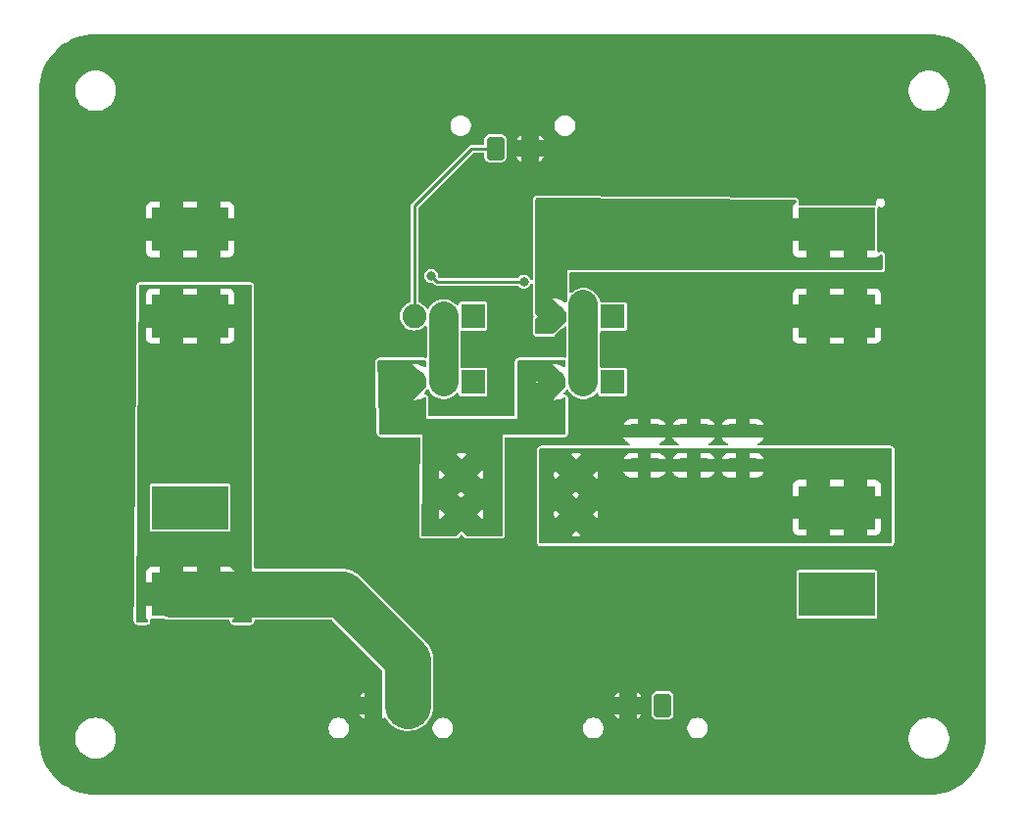
<source format=gbl>
G04 #@! TF.GenerationSoftware,KiCad,Pcbnew,7.0.2*
G04 #@! TF.CreationDate,2023-09-20T10:39:40-05:00*
G04 #@! TF.ProjectId,Power-Secondary,506f7765-722d-4536-9563-6f6e64617279,rev?*
G04 #@! TF.SameCoordinates,Original*
G04 #@! TF.FileFunction,Copper,L2,Bot*
G04 #@! TF.FilePolarity,Positive*
%FSLAX46Y46*%
G04 Gerber Fmt 4.6, Leading zero omitted, Abs format (unit mm)*
G04 Created by KiCad (PCBNEW 7.0.2) date 2023-09-20 10:39:40*
%MOMM*%
%LPD*%
G01*
G04 APERTURE LIST*
G04 Aperture macros list*
%AMRoundRect*
0 Rectangle with rounded corners*
0 $1 Rounding radius*
0 $2 $3 $4 $5 $6 $7 $8 $9 X,Y pos of 4 corners*
0 Add a 4 corners polygon primitive as box body*
4,1,4,$2,$3,$4,$5,$6,$7,$8,$9,$2,$3,0*
0 Add four circle primitives for the rounded corners*
1,1,$1+$1,$2,$3*
1,1,$1+$1,$4,$5*
1,1,$1+$1,$6,$7*
1,1,$1+$1,$8,$9*
0 Add four rect primitives between the rounded corners*
20,1,$1+$1,$2,$3,$4,$5,0*
20,1,$1+$1,$4,$5,$6,$7,0*
20,1,$1+$1,$6,$7,$8,$9,0*
20,1,$1+$1,$8,$9,$2,$3,0*%
G04 Aperture macros list end*
G04 #@! TA.AperFunction,ComponentPad*
%ADD10R,2.085000X2.085000*%
G04 #@! TD*
G04 #@! TA.AperFunction,ComponentPad*
%ADD11C,2.085000*%
G04 #@! TD*
G04 #@! TA.AperFunction,ComponentPad*
%ADD12R,3.430000X3.780000*%
G04 #@! TD*
G04 #@! TA.AperFunction,ComponentPad*
%ADD13RoundRect,0.250001X0.499999X0.759999X-0.499999X0.759999X-0.499999X-0.759999X0.499999X-0.759999X0*%
G04 #@! TD*
G04 #@! TA.AperFunction,ComponentPad*
%ADD14O,1.500000X2.020000*%
G04 #@! TD*
G04 #@! TA.AperFunction,ComponentPad*
%ADD15C,2.780000*%
G04 #@! TD*
G04 #@! TA.AperFunction,ComponentPad*
%ADD16RoundRect,0.250001X-0.499999X-0.759999X0.499999X-0.759999X0.499999X0.759999X-0.499999X0.759999X0*%
G04 #@! TD*
G04 #@! TA.AperFunction,SMDPad,CuDef*
%ADD17RoundRect,0.250000X1.100000X-0.325000X1.100000X0.325000X-1.100000X0.325000X-1.100000X-0.325000X0*%
G04 #@! TD*
G04 #@! TA.AperFunction,ViaPad*
%ADD18C,0.800000*%
G04 #@! TD*
G04 #@! TA.AperFunction,Conductor*
%ADD19C,0.250000*%
G04 #@! TD*
G04 #@! TA.AperFunction,Conductor*
%ADD20C,4.000000*%
G04 #@! TD*
G04 #@! TA.AperFunction,Conductor*
%ADD21C,2.500000*%
G04 #@! TD*
G04 APERTURE END LIST*
D10*
X137685000Y-73200000D03*
D11*
X135145000Y-73200000D03*
X132605000Y-73200000D03*
D10*
X125620000Y-67485000D03*
D11*
X123080000Y-67485000D03*
X120540000Y-67485000D03*
D12*
X158645000Y-84060000D03*
X155465000Y-84060000D03*
X158645000Y-91550000D03*
X155465000Y-91550000D03*
D13*
X120000000Y-101165000D03*
D14*
X117000000Y-101165000D03*
D15*
X124590000Y-81230000D03*
X124590000Y-84630000D03*
X134510000Y-81230000D03*
X134510000Y-84630000D03*
D12*
X99580000Y-91550000D03*
X102760000Y-91550000D03*
X99580000Y-84060000D03*
X102760000Y-84060000D03*
X99580000Y-67485000D03*
X102760000Y-67485000D03*
X99580000Y-59995000D03*
X102760000Y-59995000D03*
D10*
X137685000Y-67525000D03*
D11*
X135145000Y-67525000D03*
X132605000Y-67525000D03*
D13*
X142000000Y-101165000D03*
D14*
X139000000Y-101165000D03*
D16*
X127549000Y-52973000D03*
D14*
X130549000Y-52973000D03*
D10*
X125620000Y-73200000D03*
D11*
X123080000Y-73200000D03*
X120540000Y-73200000D03*
D12*
X158645000Y-59995000D03*
X155465000Y-59995000D03*
X158645000Y-67485000D03*
X155465000Y-67485000D03*
D17*
X140420000Y-80390000D03*
X140420000Y-77440000D03*
X144670000Y-80390000D03*
X144670000Y-77440000D03*
X148920000Y-80390000D03*
X148920000Y-77440000D03*
D18*
X90000000Y-85000000D03*
X115000000Y-45000000D03*
X100000000Y-105000000D03*
X130000000Y-45000000D03*
X160000000Y-45000000D03*
X145000000Y-105000000D03*
X145000000Y-45000000D03*
X90000000Y-55000000D03*
X165000000Y-100000000D03*
X100000000Y-45000000D03*
X145000000Y-75000000D03*
X130000000Y-105000000D03*
X115000000Y-75000000D03*
X115000000Y-60000000D03*
X165000000Y-85000000D03*
X90000000Y-70000000D03*
X115000000Y-85000000D03*
X115000000Y-105000000D03*
X90000000Y-100000000D03*
X165000000Y-55000000D03*
X160000000Y-75000000D03*
X160000000Y-105000000D03*
X165000000Y-70000000D03*
X146750000Y-61750000D03*
X132250000Y-62000000D03*
X130000000Y-64500000D03*
X122000000Y-64000000D03*
D19*
X127522000Y-53000000D02*
X127549000Y-52973000D01*
X120540000Y-57960000D02*
X120540000Y-67485000D01*
X125500000Y-53000000D02*
X127522000Y-53000000D01*
D20*
X120000000Y-97250000D02*
X114300000Y-91550000D01*
X114300000Y-91550000D02*
X99580000Y-91550000D01*
D19*
X125500000Y-53000000D02*
X120540000Y-57960000D01*
D20*
X120000000Y-101165000D02*
X120000000Y-97250000D01*
D19*
X122500000Y-64500000D02*
X130000000Y-64500000D01*
X122000000Y-64000000D02*
X122500000Y-64500000D01*
D21*
X123080000Y-73200000D02*
X123080000Y-67485000D01*
X135145000Y-73200000D02*
X135145000Y-66500000D01*
G04 #@! TA.AperFunction,Conductor*
G36*
X103703039Y-83079685D02*
G01*
X103748794Y-83132489D01*
X103760000Y-83184000D01*
X103760000Y-84936000D01*
X103740315Y-85003039D01*
X103687511Y-85048794D01*
X103636000Y-85060000D01*
X98704000Y-85060000D01*
X98636961Y-85040315D01*
X98591206Y-84987511D01*
X98580000Y-84936000D01*
X98580000Y-84153543D01*
X98690000Y-84153543D01*
X98728898Y-84336540D01*
X98804992Y-84507451D01*
X98914958Y-84658806D01*
X99053990Y-84783991D01*
X99216011Y-84877534D01*
X99393939Y-84935346D01*
X99533361Y-84950000D01*
X99626639Y-84950000D01*
X99766061Y-84935346D01*
X99943989Y-84877534D01*
X100106010Y-84783991D01*
X100245042Y-84658806D01*
X100355008Y-84507451D01*
X100431102Y-84336540D01*
X100470000Y-84153543D01*
X101870000Y-84153543D01*
X101908898Y-84336540D01*
X101984992Y-84507451D01*
X102094958Y-84658806D01*
X102233990Y-84783991D01*
X102396011Y-84877534D01*
X102573939Y-84935346D01*
X102713361Y-84950000D01*
X102806639Y-84950000D01*
X102946061Y-84935346D01*
X103123989Y-84877534D01*
X103286010Y-84783991D01*
X103425042Y-84658806D01*
X103535008Y-84507451D01*
X103611102Y-84336540D01*
X103650000Y-84153543D01*
X103650000Y-83966457D01*
X103611102Y-83783460D01*
X103535008Y-83612549D01*
X103425042Y-83461194D01*
X103286010Y-83336009D01*
X103123989Y-83242466D01*
X102946061Y-83184654D01*
X102806639Y-83170000D01*
X102713361Y-83170000D01*
X102573939Y-83184654D01*
X102396011Y-83242466D01*
X102233990Y-83336009D01*
X102094958Y-83461194D01*
X101984992Y-83612549D01*
X101908898Y-83783460D01*
X101870000Y-83966457D01*
X101870000Y-84153543D01*
X100470000Y-84153543D01*
X100470000Y-83966457D01*
X100431102Y-83783460D01*
X100355008Y-83612549D01*
X100245042Y-83461194D01*
X100106010Y-83336009D01*
X99943989Y-83242466D01*
X99766061Y-83184654D01*
X99626639Y-83170000D01*
X99533361Y-83170000D01*
X99393939Y-83184654D01*
X99216011Y-83242466D01*
X99053990Y-83336009D01*
X98914958Y-83461194D01*
X98804992Y-83612549D01*
X98728898Y-83783460D01*
X98690000Y-83966457D01*
X98690000Y-84153543D01*
X98580000Y-84153543D01*
X98580000Y-83184000D01*
X98599685Y-83116961D01*
X98652489Y-83071206D01*
X98704000Y-83060000D01*
X103636000Y-83060000D01*
X103703039Y-83079685D01*
G37*
G04 #@! TD.AperFunction*
G04 #@! TA.AperFunction,Conductor*
G36*
X165002702Y-43100617D02*
G01*
X165421634Y-43118908D01*
X165432369Y-43119848D01*
X165845430Y-43174228D01*
X165856056Y-43176101D01*
X166262816Y-43266278D01*
X166273228Y-43269067D01*
X166670582Y-43394353D01*
X166680717Y-43398042D01*
X167065625Y-43557477D01*
X167075416Y-43562043D01*
X167176472Y-43614649D01*
X167444942Y-43754406D01*
X167454310Y-43759814D01*
X167805675Y-43983658D01*
X167814536Y-43989863D01*
X168145045Y-44243471D01*
X168153332Y-44250425D01*
X168460478Y-44531872D01*
X168468127Y-44539521D01*
X168749574Y-44846667D01*
X168756528Y-44854954D01*
X169010136Y-45185463D01*
X169016341Y-45194324D01*
X169240185Y-45545689D01*
X169245593Y-45555057D01*
X169437953Y-45924576D01*
X169442525Y-45934380D01*
X169601951Y-46319267D01*
X169605650Y-46329430D01*
X169632572Y-46414816D01*
X169730926Y-46726752D01*
X169733726Y-46737202D01*
X169823895Y-47143930D01*
X169825773Y-47154583D01*
X169880149Y-47567610D01*
X169881092Y-47578386D01*
X169899382Y-47997296D01*
X169899500Y-48002705D01*
X169899500Y-103997293D01*
X169899382Y-104002702D01*
X169881092Y-104421613D01*
X169880149Y-104432389D01*
X169825773Y-104845416D01*
X169823895Y-104856069D01*
X169733726Y-105262797D01*
X169730926Y-105273247D01*
X169605651Y-105670567D01*
X169601951Y-105680732D01*
X169442525Y-106065619D01*
X169437953Y-106075423D01*
X169245593Y-106444942D01*
X169240185Y-106454310D01*
X169016341Y-106805675D01*
X169010136Y-106814536D01*
X168756528Y-107145045D01*
X168749574Y-107153332D01*
X168468127Y-107460478D01*
X168460478Y-107468127D01*
X168153332Y-107749574D01*
X168145045Y-107756528D01*
X167814536Y-108010136D01*
X167805675Y-108016341D01*
X167454310Y-108240185D01*
X167444942Y-108245593D01*
X167075423Y-108437953D01*
X167065619Y-108442525D01*
X166680732Y-108601951D01*
X166670567Y-108605651D01*
X166273247Y-108730926D01*
X166262797Y-108733726D01*
X165856069Y-108823895D01*
X165845416Y-108825773D01*
X165432389Y-108880149D01*
X165421613Y-108881092D01*
X165002703Y-108899382D01*
X164997294Y-108899500D01*
X93002706Y-108899500D01*
X92997297Y-108899382D01*
X92578386Y-108881092D01*
X92567610Y-108880149D01*
X92154583Y-108825773D01*
X92143930Y-108823895D01*
X91836064Y-108755643D01*
X91737199Y-108733725D01*
X91726756Y-108730927D01*
X91329430Y-108605650D01*
X91319267Y-108601951D01*
X90934380Y-108442525D01*
X90924576Y-108437953D01*
X90555057Y-108245593D01*
X90545689Y-108240185D01*
X90194324Y-108016341D01*
X90185463Y-108010136D01*
X89854954Y-107756528D01*
X89846667Y-107749574D01*
X89539521Y-107468127D01*
X89531872Y-107460478D01*
X89250425Y-107153332D01*
X89243471Y-107145045D01*
X88989863Y-106814536D01*
X88983658Y-106805675D01*
X88759814Y-106454310D01*
X88754406Y-106444942D01*
X88562046Y-106075423D01*
X88557474Y-106065619D01*
X88398042Y-105680717D01*
X88394353Y-105670582D01*
X88269067Y-105273228D01*
X88266278Y-105262816D01*
X88176101Y-104856056D01*
X88174228Y-104845430D01*
X88119848Y-104432369D01*
X88118908Y-104421632D01*
X88106240Y-104131482D01*
X91245500Y-104131482D01*
X91284691Y-104391507D01*
X91362202Y-104642787D01*
X91476296Y-104879707D01*
X91476297Y-104879709D01*
X91476298Y-104879710D01*
X91624430Y-105096980D01*
X91803290Y-105289746D01*
X92008883Y-105453701D01*
X92236616Y-105585183D01*
X92481402Y-105681254D01*
X92737772Y-105739769D01*
X92934346Y-105754500D01*
X92936663Y-105754500D01*
X93063337Y-105754500D01*
X93065654Y-105754500D01*
X93262228Y-105739769D01*
X93518598Y-105681254D01*
X93763384Y-105585183D01*
X93991117Y-105453701D01*
X94196710Y-105289746D01*
X94375570Y-105096980D01*
X94523702Y-104879710D01*
X94637798Y-104642788D01*
X94715308Y-104391508D01*
X94754500Y-104131482D01*
X163245500Y-104131482D01*
X163284691Y-104391507D01*
X163362202Y-104642787D01*
X163476296Y-104879707D01*
X163476297Y-104879709D01*
X163476298Y-104879710D01*
X163624430Y-105096980D01*
X163803290Y-105289746D01*
X164008883Y-105453701D01*
X164236616Y-105585183D01*
X164481402Y-105681254D01*
X164737772Y-105739769D01*
X164934346Y-105754500D01*
X164936663Y-105754500D01*
X165063337Y-105754500D01*
X165065654Y-105754500D01*
X165262228Y-105739769D01*
X165518598Y-105681254D01*
X165763384Y-105585183D01*
X165991117Y-105453701D01*
X166196710Y-105289746D01*
X166375570Y-105096980D01*
X166523702Y-104879710D01*
X166637798Y-104642788D01*
X166715308Y-104391508D01*
X166754500Y-104131482D01*
X166754500Y-103868518D01*
X166715308Y-103608492D01*
X166637798Y-103357212D01*
X166523702Y-103120290D01*
X166375570Y-102903020D01*
X166196710Y-102710254D01*
X166117701Y-102647246D01*
X165991116Y-102546298D01*
X165782241Y-102425704D01*
X165763384Y-102414817D01*
X165763383Y-102414816D01*
X165763382Y-102414816D01*
X165518600Y-102318746D01*
X165262225Y-102260230D01*
X165067968Y-102245673D01*
X165067957Y-102245672D01*
X165065654Y-102245500D01*
X164934346Y-102245500D01*
X164932043Y-102245672D01*
X164932031Y-102245673D01*
X164737774Y-102260230D01*
X164481399Y-102318746D01*
X164236617Y-102414816D01*
X164008883Y-102546298D01*
X163803290Y-102710253D01*
X163624431Y-102903018D01*
X163476296Y-103120292D01*
X163362202Y-103357212D01*
X163284691Y-103608492D01*
X163245500Y-103868517D01*
X163245500Y-104131482D01*
X94754500Y-104131482D01*
X94754500Y-103868518D01*
X94715308Y-103608492D01*
X94637798Y-103357212D01*
X94570993Y-103218491D01*
X113110500Y-103218491D01*
X113149373Y-103401382D01*
X113225427Y-103572202D01*
X113335329Y-103723469D01*
X113474284Y-103848585D01*
X113636214Y-103942075D01*
X113721803Y-103969884D01*
X113814044Y-103999855D01*
X113953380Y-104014500D01*
X113956622Y-104014500D01*
X114043378Y-104014500D01*
X114046620Y-104014500D01*
X114185956Y-103999855D01*
X114363785Y-103942075D01*
X114525715Y-103848585D01*
X114664669Y-103723470D01*
X114664670Y-103723469D01*
X114774572Y-103572202D01*
X114850626Y-103401382D01*
X114889500Y-103218491D01*
X114889500Y-103031508D01*
X114850626Y-102848617D01*
X114774572Y-102677797D01*
X114664670Y-102526530D01*
X114525715Y-102401414D01*
X114363785Y-102307924D01*
X114185957Y-102250145D01*
X114049840Y-102235838D01*
X114049831Y-102235837D01*
X114046620Y-102235500D01*
X113953380Y-102235500D01*
X113950169Y-102235837D01*
X113950159Y-102235838D01*
X113814042Y-102250145D01*
X113636214Y-102307924D01*
X113474284Y-102401414D01*
X113335329Y-102526530D01*
X113225427Y-102677797D01*
X113149373Y-102848617D01*
X113110500Y-103031508D01*
X113110500Y-103218491D01*
X94570993Y-103218491D01*
X94523702Y-103120290D01*
X94375570Y-102903020D01*
X94196710Y-102710254D01*
X94117701Y-102647246D01*
X93991116Y-102546298D01*
X93782241Y-102425704D01*
X93763384Y-102414817D01*
X93763383Y-102414816D01*
X93763382Y-102414816D01*
X93518600Y-102318746D01*
X93262225Y-102260230D01*
X93067968Y-102245673D01*
X93067957Y-102245672D01*
X93065654Y-102245500D01*
X92934346Y-102245500D01*
X92932043Y-102245672D01*
X92932031Y-102245673D01*
X92737774Y-102260230D01*
X92481399Y-102318746D01*
X92236617Y-102414816D01*
X92008883Y-102546298D01*
X91803290Y-102710253D01*
X91624431Y-102903018D01*
X91476296Y-103120292D01*
X91362202Y-103357212D01*
X91284691Y-103608492D01*
X91245500Y-103868517D01*
X91245500Y-104131482D01*
X88106240Y-104131482D01*
X88100618Y-104002701D01*
X88100500Y-103997293D01*
X88100500Y-101915000D01*
X115848576Y-101915000D01*
X115922600Y-102068712D01*
X116054855Y-102250745D01*
X116217491Y-102406241D01*
X116250000Y-102427700D01*
X116250000Y-101915000D01*
X115848576Y-101915000D01*
X88100500Y-101915000D01*
X88100500Y-101238327D01*
X116490000Y-101238327D01*
X116531318Y-101379040D01*
X116610605Y-101502413D01*
X116721438Y-101598451D01*
X116854839Y-101659373D01*
X116963527Y-101675000D01*
X117036473Y-101675000D01*
X117145161Y-101659373D01*
X117278562Y-101598451D01*
X117389395Y-101502413D01*
X117468682Y-101379040D01*
X117510000Y-101238327D01*
X117510000Y-101091673D01*
X117468682Y-100950960D01*
X117389395Y-100827587D01*
X117278562Y-100731549D01*
X117145161Y-100670627D01*
X117036473Y-100655000D01*
X116963527Y-100655000D01*
X116854839Y-100670627D01*
X116721438Y-100731549D01*
X116610605Y-100827587D01*
X116531318Y-100950960D01*
X116490000Y-101091673D01*
X116490000Y-101238327D01*
X88100500Y-101238327D01*
X88100500Y-100415000D01*
X115848764Y-100415000D01*
X116250000Y-100415000D01*
X116250000Y-99904295D01*
X116249999Y-99904295D01*
X116132679Y-99997855D01*
X115984640Y-100167299D01*
X115869237Y-100360451D01*
X115848764Y-100415000D01*
X88100500Y-100415000D01*
X88100500Y-93873184D01*
X96295577Y-93873184D01*
X96295917Y-93876555D01*
X96295918Y-93876565D01*
X96299739Y-93914396D01*
X96299741Y-93914412D01*
X96300080Y-93917763D01*
X96300783Y-93921064D01*
X96300784Y-93921068D01*
X96311281Y-93970334D01*
X96311669Y-93971985D01*
X96313940Y-93981347D01*
X96356964Y-94062086D01*
X96401463Y-94113441D01*
X96401484Y-94113464D01*
X96402719Y-94114889D01*
X96420310Y-94132843D01*
X96500127Y-94177490D01*
X96567166Y-94197175D01*
X96625064Y-94205500D01*
X96625068Y-94205500D01*
X97408038Y-94205500D01*
X97411913Y-94205500D01*
X97462735Y-94199116D01*
X97522162Y-94183948D01*
X97539214Y-94178799D01*
X97616652Y-94130141D01*
X97666057Y-94080735D01*
X97682710Y-94061908D01*
X97721549Y-93979108D01*
X97736401Y-93910835D01*
X97740232Y-93885991D01*
X97738899Y-93876000D01*
X97726293Y-93781490D01*
X97730873Y-93780879D01*
X97727813Y-93738156D01*
X97761291Y-93676829D01*
X97822610Y-93643337D01*
X97848982Y-93640500D01*
X98865821Y-93640500D01*
X98898580Y-93644905D01*
X99140710Y-93711232D01*
X99432694Y-93750500D01*
X104478599Y-93750500D01*
X104545638Y-93770185D01*
X104591393Y-93822989D01*
X104602185Y-93884608D01*
X104601941Y-93887600D01*
X104611885Y-93956758D01*
X104612263Y-93958589D01*
X104612268Y-93958613D01*
X104616977Y-93981373D01*
X104659987Y-94062086D01*
X104704486Y-94113441D01*
X104704507Y-94113464D01*
X104705742Y-94114889D01*
X104723333Y-94132843D01*
X104803150Y-94177490D01*
X104870189Y-94197175D01*
X104928087Y-94205500D01*
X104928091Y-94205500D01*
X106372678Y-94205500D01*
X106376000Y-94205500D01*
X106419684Y-94200803D01*
X106471195Y-94189597D01*
X106472732Y-94189232D01*
X106481350Y-94187121D01*
X106481368Y-94187111D01*
X106481373Y-94187110D01*
X106562085Y-94144100D01*
X106595796Y-94114889D01*
X106613441Y-94099600D01*
X106613446Y-94099595D01*
X106614889Y-94098345D01*
X106632843Y-94080754D01*
X106677490Y-94000937D01*
X106697175Y-93933898D01*
X106705500Y-93876000D01*
X106705500Y-93874500D01*
X106705921Y-93873063D01*
X106706762Y-93867220D01*
X106707602Y-93867340D01*
X106725185Y-93807461D01*
X106777989Y-93761706D01*
X106829500Y-93750500D01*
X113337161Y-93750500D01*
X113404200Y-93770185D01*
X113424842Y-93786819D01*
X117763181Y-98125158D01*
X117796666Y-98186481D01*
X117799500Y-98212839D01*
X117799500Y-99801575D01*
X117779815Y-99868614D01*
X117750000Y-99896203D01*
X117750000Y-102425704D01*
X117867315Y-102332149D01*
X117910449Y-102282778D01*
X117969381Y-102245244D01*
X118039250Y-102245528D01*
X118097874Y-102283541D01*
X118106060Y-102294182D01*
X118269184Y-102531812D01*
X118271962Y-102534883D01*
X118271964Y-102534886D01*
X118368039Y-102641111D01*
X118466805Y-102750312D01*
X118691787Y-102940522D01*
X118940113Y-103099047D01*
X119207353Y-103223060D01*
X119488738Y-103310346D01*
X119779246Y-103359349D01*
X120073694Y-103369193D01*
X120366827Y-103339704D01*
X120653414Y-103271407D01*
X120790807Y-103218491D01*
X122110500Y-103218491D01*
X122149373Y-103401382D01*
X122225427Y-103572202D01*
X122335329Y-103723469D01*
X122474284Y-103848585D01*
X122636214Y-103942075D01*
X122721803Y-103969884D01*
X122814044Y-103999855D01*
X122953380Y-104014500D01*
X122956622Y-104014500D01*
X123043378Y-104014500D01*
X123046620Y-104014500D01*
X123185956Y-103999855D01*
X123363785Y-103942075D01*
X123525715Y-103848585D01*
X123664669Y-103723470D01*
X123664670Y-103723469D01*
X123774572Y-103572202D01*
X123850626Y-103401382D01*
X123863647Y-103340119D01*
X123889500Y-103218491D01*
X135110500Y-103218491D01*
X135149373Y-103401382D01*
X135225427Y-103572202D01*
X135335329Y-103723469D01*
X135474284Y-103848585D01*
X135636214Y-103942075D01*
X135721803Y-103969884D01*
X135814044Y-103999855D01*
X135953380Y-104014500D01*
X135956622Y-104014500D01*
X136043378Y-104014500D01*
X136046620Y-104014500D01*
X136185956Y-103999855D01*
X136363785Y-103942075D01*
X136525715Y-103848585D01*
X136664669Y-103723470D01*
X136664670Y-103723469D01*
X136774572Y-103572202D01*
X136850626Y-103401382D01*
X136889500Y-103218491D01*
X144110500Y-103218491D01*
X144149373Y-103401382D01*
X144225427Y-103572202D01*
X144335329Y-103723469D01*
X144474284Y-103848585D01*
X144636214Y-103942075D01*
X144721803Y-103969884D01*
X144814044Y-103999855D01*
X144953380Y-104014500D01*
X144956622Y-104014500D01*
X145043378Y-104014500D01*
X145046620Y-104014500D01*
X145185956Y-103999855D01*
X145363785Y-103942075D01*
X145525715Y-103848585D01*
X145664669Y-103723470D01*
X145664670Y-103723469D01*
X145774572Y-103572202D01*
X145850626Y-103401382D01*
X145889500Y-103218491D01*
X145889500Y-103031508D01*
X145850626Y-102848617D01*
X145774572Y-102677797D01*
X145664670Y-102526530D01*
X145525715Y-102401414D01*
X145363785Y-102307924D01*
X145185957Y-102250145D01*
X145049840Y-102235838D01*
X145049831Y-102235837D01*
X145046620Y-102235500D01*
X144953380Y-102235500D01*
X144950169Y-102235837D01*
X144950159Y-102235838D01*
X144814042Y-102250145D01*
X144636214Y-102307924D01*
X144474284Y-102401414D01*
X144335329Y-102526530D01*
X144225427Y-102677797D01*
X144149373Y-102848617D01*
X144110500Y-103031508D01*
X144110500Y-103218491D01*
X136889500Y-103218491D01*
X136889500Y-103031508D01*
X136850626Y-102848617D01*
X136774572Y-102677797D01*
X136664670Y-102526530D01*
X136525715Y-102401414D01*
X136363785Y-102307924D01*
X136185957Y-102250145D01*
X136049840Y-102235838D01*
X136049831Y-102235837D01*
X136046620Y-102235500D01*
X135953380Y-102235500D01*
X135950169Y-102235837D01*
X135950159Y-102235838D01*
X135814042Y-102250145D01*
X135636214Y-102307924D01*
X135474284Y-102401414D01*
X135335329Y-102526530D01*
X135225427Y-102677797D01*
X135149373Y-102848617D01*
X135110500Y-103031508D01*
X135110500Y-103218491D01*
X123889500Y-103218491D01*
X123889500Y-103218490D01*
X123889500Y-103031510D01*
X123850745Y-102849178D01*
X123850626Y-102848617D01*
X123774572Y-102677797D01*
X123664670Y-102526530D01*
X123525715Y-102401414D01*
X123363785Y-102307924D01*
X123185957Y-102250145D01*
X123049840Y-102235838D01*
X123049831Y-102235837D01*
X123046620Y-102235500D01*
X122953380Y-102235500D01*
X122950169Y-102235837D01*
X122950159Y-102235838D01*
X122814042Y-102250145D01*
X122636214Y-102307924D01*
X122474284Y-102401414D01*
X122335329Y-102526530D01*
X122225427Y-102677797D01*
X122149373Y-102848617D01*
X122110500Y-103031508D01*
X122110500Y-103218491D01*
X120790807Y-103218491D01*
X120928340Y-103165521D01*
X121186700Y-103023936D01*
X121423884Y-102849178D01*
X121635658Y-102644365D01*
X121818244Y-102413154D01*
X121968383Y-102159669D01*
X122072132Y-101915000D01*
X137848576Y-101915000D01*
X137922600Y-102068712D01*
X138054855Y-102250745D01*
X138217491Y-102406241D01*
X138250000Y-102427700D01*
X138250000Y-101915000D01*
X139750000Y-101915000D01*
X139750000Y-102425704D01*
X139867318Y-102332146D01*
X140015359Y-102162700D01*
X140126691Y-101976361D01*
X141049500Y-101976361D01*
X141049501Y-101976372D01*
X141049501Y-101979264D01*
X141049770Y-101982140D01*
X141049771Y-101982148D01*
X141052354Y-102009695D01*
X141052354Y-102009698D01*
X141097207Y-102137882D01*
X141115915Y-102163230D01*
X141177849Y-102247150D01*
X141195574Y-102260231D01*
X141287118Y-102327793D01*
X141415302Y-102372646D01*
X141445735Y-102375500D01*
X142554264Y-102375499D01*
X142584698Y-102372646D01*
X142712882Y-102327793D01*
X142822150Y-102247150D01*
X142902793Y-102137882D01*
X142947646Y-102009698D01*
X142950500Y-101979265D01*
X142950499Y-100350736D01*
X142947646Y-100320302D01*
X142902793Y-100192118D01*
X142856393Y-100129248D01*
X142822150Y-100082849D01*
X142759280Y-100036450D01*
X142712882Y-100002207D01*
X142584698Y-99957354D01*
X142584697Y-99957353D01*
X142584695Y-99957353D01*
X142557150Y-99954770D01*
X142557138Y-99954769D01*
X142554265Y-99954500D01*
X142551372Y-99954500D01*
X141448638Y-99954500D01*
X141448616Y-99954500D01*
X141445736Y-99954501D01*
X141442860Y-99954770D01*
X141442851Y-99954771D01*
X141415301Y-99957354D01*
X141287118Y-100002207D01*
X141177849Y-100082849D01*
X141097207Y-100192118D01*
X141052353Y-100320304D01*
X141049770Y-100347849D01*
X141049770Y-100347851D01*
X141049500Y-100350735D01*
X141049500Y-100353626D01*
X141049500Y-100353627D01*
X141049500Y-101976361D01*
X140126691Y-101976361D01*
X140130762Y-101969548D01*
X140151235Y-101915000D01*
X139750000Y-101915000D01*
X138250000Y-101915000D01*
X137848576Y-101915000D01*
X122072132Y-101915000D01*
X122083397Y-101888434D01*
X122161232Y-101604290D01*
X122200500Y-101312306D01*
X122200500Y-101238327D01*
X138490000Y-101238327D01*
X138531318Y-101379040D01*
X138610605Y-101502413D01*
X138721438Y-101598451D01*
X138854839Y-101659373D01*
X138963527Y-101675000D01*
X139036473Y-101675000D01*
X139145161Y-101659373D01*
X139278562Y-101598451D01*
X139389395Y-101502413D01*
X139468682Y-101379040D01*
X139510000Y-101238327D01*
X139510000Y-101091673D01*
X139468682Y-100950960D01*
X139389395Y-100827587D01*
X139278562Y-100731549D01*
X139145161Y-100670627D01*
X139036473Y-100655000D01*
X138963527Y-100655000D01*
X138854839Y-100670627D01*
X138721438Y-100731549D01*
X138610605Y-100827587D01*
X138531318Y-100950960D01*
X138490000Y-101091673D01*
X138490000Y-101238327D01*
X122200500Y-101238327D01*
X122200500Y-100415000D01*
X137848764Y-100415000D01*
X138250000Y-100415000D01*
X138250000Y-99904295D01*
X138249999Y-99904295D01*
X138132679Y-99997855D01*
X137984640Y-100167299D01*
X137869237Y-100360451D01*
X137848764Y-100415000D01*
X122200500Y-100415000D01*
X122200500Y-99902298D01*
X139750000Y-99902298D01*
X139750000Y-100415000D01*
X140151423Y-100415000D01*
X140151423Y-100414999D01*
X140077399Y-100261287D01*
X139945144Y-100079254D01*
X139782508Y-99923758D01*
X139750000Y-99902298D01*
X122200500Y-99902298D01*
X122200500Y-97268396D01*
X122202654Y-97139484D01*
X122192259Y-97051030D01*
X122191693Y-97044883D01*
X122185747Y-96956046D01*
X122175757Y-96906899D01*
X122174125Y-96896703D01*
X122168271Y-96846885D01*
X122146176Y-96760594D01*
X122144792Y-96754559D01*
X122127891Y-96671407D01*
X122127064Y-96667337D01*
X122110616Y-96619970D01*
X122107631Y-96610054D01*
X122095194Y-96561480D01*
X122061800Y-96478917D01*
X122059633Y-96473145D01*
X122030424Y-96389026D01*
X122007809Y-96344274D01*
X122003529Y-96334844D01*
X121986283Y-96292203D01*
X121986282Y-96292201D01*
X121984729Y-96288361D01*
X121940644Y-96211012D01*
X121937702Y-96205536D01*
X121927472Y-96185292D01*
X121897551Y-96126079D01*
X121869164Y-96084726D01*
X121863678Y-96075970D01*
X121840899Y-96036003D01*
X121840897Y-96036001D01*
X121838847Y-96032403D01*
X121784846Y-95961620D01*
X121781201Y-95956586D01*
X121733159Y-95886601D01*
X121733158Y-95886600D01*
X121730816Y-95883188D01*
X121697167Y-95845984D01*
X121690562Y-95838036D01*
X121662667Y-95801471D01*
X121662658Y-95801460D01*
X121660149Y-95798172D01*
X121597202Y-95735225D01*
X121592918Y-95730721D01*
X121535975Y-95667762D01*
X121533195Y-95664688D01*
X121494897Y-95632309D01*
X121487274Y-95625297D01*
X119321725Y-93459748D01*
X153549500Y-93459748D01*
X153561132Y-93518230D01*
X153605447Y-93584552D01*
X153671769Y-93628867D01*
X153730251Y-93640500D01*
X153730252Y-93640500D01*
X160379749Y-93640500D01*
X160408989Y-93634683D01*
X160438231Y-93628867D01*
X160504552Y-93584552D01*
X160548867Y-93518231D01*
X160560500Y-93459748D01*
X160560500Y-89640252D01*
X160548867Y-89581769D01*
X160547681Y-89579994D01*
X160504552Y-89515447D01*
X160438230Y-89471132D01*
X160379749Y-89459500D01*
X160379748Y-89459500D01*
X157199748Y-89459500D01*
X153730252Y-89459500D01*
X153730251Y-89459500D01*
X153671769Y-89471132D01*
X153605447Y-89515447D01*
X153561132Y-89581769D01*
X153549500Y-89640251D01*
X153549500Y-93459748D01*
X119321725Y-93459748D01*
X115868987Y-90007010D01*
X115782246Y-89917321D01*
X115779365Y-89914342D01*
X115776109Y-89911771D01*
X115776105Y-89911767D01*
X115709480Y-89859153D01*
X115704725Y-89855200D01*
X115637700Y-89796587D01*
X115595893Y-89768904D01*
X115587505Y-89762831D01*
X115551402Y-89734321D01*
X115548154Y-89731756D01*
X115544592Y-89729646D01*
X115544583Y-89729640D01*
X115471542Y-89686377D01*
X115466277Y-89683078D01*
X115395514Y-89636223D01*
X115395506Y-89636218D01*
X115392056Y-89633934D01*
X115346936Y-89612072D01*
X115337820Y-89607175D01*
X115298233Y-89583728D01*
X115294669Y-89581617D01*
X115290856Y-89580000D01*
X115290844Y-89579994D01*
X115212694Y-89546856D01*
X115207034Y-89544287D01*
X115130660Y-89507282D01*
X115130657Y-89507281D01*
X115126926Y-89505473D01*
X115122991Y-89504180D01*
X115122984Y-89504177D01*
X115079303Y-89489823D01*
X115069607Y-89486182D01*
X115027255Y-89468223D01*
X115027251Y-89468221D01*
X115023434Y-89466603D01*
X115019436Y-89465507D01*
X115019428Y-89465505D01*
X114937549Y-89443076D01*
X114931612Y-89441289D01*
X114847039Y-89413497D01*
X114842968Y-89412740D01*
X114842960Y-89412738D01*
X114797747Y-89404332D01*
X114787657Y-89402016D01*
X114743278Y-89389860D01*
X114743272Y-89389858D01*
X114739290Y-89388768D01*
X114735198Y-89388217D01*
X114735195Y-89388217D01*
X114651044Y-89376900D01*
X114644907Y-89375917D01*
X114561470Y-89360404D01*
X114561462Y-89360403D01*
X114557390Y-89359646D01*
X114553257Y-89359438D01*
X114553244Y-89359437D01*
X114507310Y-89357132D01*
X114497003Y-89356182D01*
X114451413Y-89350052D01*
X114451408Y-89350051D01*
X114447306Y-89349500D01*
X114443165Y-89349500D01*
X114358275Y-89349500D01*
X114352061Y-89349344D01*
X114267297Y-89345091D01*
X114267294Y-89345091D01*
X114263148Y-89344883D01*
X114259019Y-89345228D01*
X114259005Y-89345229D01*
X114213188Y-89349067D01*
X114202840Y-89349500D01*
X106829500Y-89349500D01*
X106762461Y-89329815D01*
X106716706Y-89277011D01*
X106705500Y-89225500D01*
X106705500Y-87042677D01*
X131129499Y-87042677D01*
X131129500Y-87042695D01*
X131129500Y-87046000D01*
X131129854Y-87049297D01*
X131129855Y-87049306D01*
X131133840Y-87086372D01*
X131133842Y-87086388D01*
X131134197Y-87089684D01*
X131134903Y-87092933D01*
X131134904Y-87092934D01*
X131145403Y-87141195D01*
X131145768Y-87142732D01*
X131147878Y-87151350D01*
X131190899Y-87232085D01*
X131235399Y-87283441D01*
X131235420Y-87283464D01*
X131236655Y-87284889D01*
X131254246Y-87302843D01*
X131334063Y-87347490D01*
X131401102Y-87367175D01*
X131459000Y-87375500D01*
X131459004Y-87375500D01*
X161687678Y-87375500D01*
X161691000Y-87375500D01*
X161734684Y-87370803D01*
X161786195Y-87359597D01*
X161787732Y-87359232D01*
X161796350Y-87357121D01*
X161796368Y-87357111D01*
X161796373Y-87357110D01*
X161877085Y-87314100D01*
X161910796Y-87284889D01*
X161928441Y-87269600D01*
X161928446Y-87269595D01*
X161929889Y-87268345D01*
X161947843Y-87250754D01*
X161992490Y-87170937D01*
X162012175Y-87103898D01*
X162020500Y-87046000D01*
X162020500Y-79039000D01*
X162015803Y-78995316D01*
X162004597Y-78943805D01*
X162004232Y-78942268D01*
X162002121Y-78933649D01*
X162002110Y-78933629D01*
X162002110Y-78933627D01*
X161977348Y-78887159D01*
X161959100Y-78852914D01*
X161914600Y-78801558D01*
X161914580Y-78801536D01*
X161913345Y-78800111D01*
X161895754Y-78782157D01*
X161815937Y-78737510D01*
X161815936Y-78737509D01*
X161815935Y-78737509D01*
X161748901Y-78717826D01*
X161748898Y-78717825D01*
X161691000Y-78709500D01*
X150322489Y-78709500D01*
X150255450Y-78689815D01*
X150209695Y-78637011D01*
X150199751Y-78567853D01*
X150228776Y-78504297D01*
X150283485Y-78467794D01*
X150339122Y-78449357D01*
X150488345Y-78357316D01*
X150612315Y-78233346D01*
X150704358Y-78084121D01*
X150727263Y-78015000D01*
X147112737Y-78015000D01*
X147135641Y-78084121D01*
X147227684Y-78233346D01*
X147351654Y-78357316D01*
X147500877Y-78449357D01*
X147556515Y-78467794D01*
X147613960Y-78507567D01*
X147640783Y-78572083D01*
X147628468Y-78640858D01*
X147580925Y-78692058D01*
X147517511Y-78709500D01*
X146072489Y-78709500D01*
X146005450Y-78689815D01*
X145959695Y-78637011D01*
X145949751Y-78567853D01*
X145978776Y-78504297D01*
X146033485Y-78467794D01*
X146089122Y-78449357D01*
X146238345Y-78357316D01*
X146362315Y-78233346D01*
X146454358Y-78084121D01*
X146477263Y-78015000D01*
X142862737Y-78015000D01*
X142885641Y-78084121D01*
X142977684Y-78233346D01*
X143101654Y-78357316D01*
X143250877Y-78449357D01*
X143306515Y-78467794D01*
X143363960Y-78507567D01*
X143390783Y-78572083D01*
X143378468Y-78640858D01*
X143330925Y-78692058D01*
X143267511Y-78709500D01*
X141822489Y-78709500D01*
X141755450Y-78689815D01*
X141709695Y-78637011D01*
X141699751Y-78567853D01*
X141728776Y-78504297D01*
X141783485Y-78467794D01*
X141839122Y-78449357D01*
X141988345Y-78357316D01*
X142112315Y-78233346D01*
X142204358Y-78084121D01*
X142227263Y-78015000D01*
X138612737Y-78015000D01*
X138635641Y-78084121D01*
X138727684Y-78233346D01*
X138851654Y-78357316D01*
X139000877Y-78449357D01*
X139056515Y-78467794D01*
X139113960Y-78507567D01*
X139140783Y-78572083D01*
X139128468Y-78640858D01*
X139080925Y-78692058D01*
X139017511Y-78709500D01*
X131459000Y-78709500D01*
X131455703Y-78709854D01*
X131455693Y-78709855D01*
X131418627Y-78713840D01*
X131418608Y-78713842D01*
X131415316Y-78714197D01*
X131412069Y-78714903D01*
X131412065Y-78714904D01*
X131363805Y-78725403D01*
X131362268Y-78725768D01*
X131353649Y-78727878D01*
X131272914Y-78770899D01*
X131221558Y-78815399D01*
X131221518Y-78815435D01*
X131220111Y-78816655D01*
X131218769Y-78817970D01*
X131202156Y-78834247D01*
X131157509Y-78914064D01*
X131137826Y-78981098D01*
X131137825Y-78981102D01*
X131135306Y-78998627D01*
X131129500Y-79039003D01*
X131129499Y-87042677D01*
X106705500Y-87042677D01*
X106705500Y-71425890D01*
X117162193Y-71425890D01*
X117176716Y-72120304D01*
X117199387Y-73204296D01*
X117200540Y-73259435D01*
X117291939Y-77629727D01*
X117291940Y-77629743D01*
X117292006Y-77632890D01*
X117292391Y-77636016D01*
X117292393Y-77636032D01*
X117296739Y-77671245D01*
X117296741Y-77671258D01*
X117297126Y-77674375D01*
X117297826Y-77677440D01*
X117297827Y-77677443D01*
X117308305Y-77723293D01*
X117308596Y-77724480D01*
X117310316Y-77731359D01*
X117353335Y-77812086D01*
X117397833Y-77863441D01*
X117397854Y-77863464D01*
X117399089Y-77864889D01*
X117416680Y-77882843D01*
X117496497Y-77927490D01*
X117563536Y-77947175D01*
X117621434Y-77955500D01*
X120917675Y-77955500D01*
X120984714Y-77975185D01*
X121030469Y-78027989D01*
X121041670Y-78080559D01*
X121033832Y-78998627D01*
X121030517Y-79386948D01*
X121014797Y-81228246D01*
X121014168Y-81301944D01*
X120985771Y-84628246D01*
X120985142Y-84701944D01*
X120970575Y-86408187D01*
X120970914Y-86411545D01*
X120970915Y-86411559D01*
X120974740Y-86449403D01*
X120975080Y-86452765D01*
X120975782Y-86456063D01*
X120975784Y-86456071D01*
X120986281Y-86505335D01*
X120986668Y-86506984D01*
X120988939Y-86516346D01*
X120988952Y-86516371D01*
X120988953Y-86516373D01*
X120999378Y-86535937D01*
X121031964Y-86597086D01*
X121076462Y-86648441D01*
X121076483Y-86648464D01*
X121077718Y-86649889D01*
X121095309Y-86667843D01*
X121175126Y-86712490D01*
X121242165Y-86732175D01*
X121300063Y-86740500D01*
X121300067Y-86740500D01*
X124099212Y-86740500D01*
X124099213Y-86740500D01*
X124167085Y-86728968D01*
X124244523Y-86680311D01*
X124502317Y-86422515D01*
X124563641Y-86389031D01*
X124633332Y-86394015D01*
X124677680Y-86422516D01*
X124935474Y-86680310D01*
X124980828Y-86712490D01*
X124991622Y-86720149D01*
X125080784Y-86740500D01*
X125080785Y-86740500D01*
X128032678Y-86740500D01*
X128036000Y-86740500D01*
X128079684Y-86735803D01*
X128131195Y-86724597D01*
X128132732Y-86724232D01*
X128141350Y-86722121D01*
X128141368Y-86722111D01*
X128141373Y-86722110D01*
X128222085Y-86679100D01*
X128255796Y-86649889D01*
X128273441Y-86634600D01*
X128273446Y-86634595D01*
X128274889Y-86633345D01*
X128292843Y-86615754D01*
X128337490Y-86535937D01*
X128357175Y-86468898D01*
X128365500Y-86411000D01*
X128365500Y-78079500D01*
X128385185Y-78012461D01*
X128437989Y-77966706D01*
X128489500Y-77955500D01*
X133497678Y-77955500D01*
X133501000Y-77955500D01*
X133544684Y-77950803D01*
X133596195Y-77939597D01*
X133597732Y-77939232D01*
X133606350Y-77937121D01*
X133606368Y-77937111D01*
X133606373Y-77937110D01*
X133687085Y-77894100D01*
X133720796Y-77864889D01*
X133738441Y-77849600D01*
X133738446Y-77849595D01*
X133739889Y-77848345D01*
X133757843Y-77830754D01*
X133802490Y-77750937D01*
X133822175Y-77683898D01*
X133830500Y-77626000D01*
X133830500Y-76865000D01*
X138612737Y-76865000D01*
X139845000Y-76865000D01*
X139845000Y-76365000D01*
X140995000Y-76365000D01*
X140995000Y-76865000D01*
X142227262Y-76865000D01*
X142862737Y-76865000D01*
X144095000Y-76865000D01*
X144095000Y-76365000D01*
X145245000Y-76365000D01*
X145245000Y-76865000D01*
X146477262Y-76865000D01*
X147112737Y-76865000D01*
X148345000Y-76865000D01*
X148345000Y-76365000D01*
X149495000Y-76365000D01*
X149495000Y-76865000D01*
X150727262Y-76865000D01*
X150704358Y-76795878D01*
X150612315Y-76646653D01*
X150488345Y-76522683D01*
X150339122Y-76430642D01*
X150172696Y-76375493D01*
X150073109Y-76365319D01*
X150066832Y-76365000D01*
X149495000Y-76365000D01*
X148345000Y-76365000D01*
X147773171Y-76365000D01*
X147766888Y-76365321D01*
X147667304Y-76375493D01*
X147500877Y-76430642D01*
X147351654Y-76522683D01*
X147227684Y-76646653D01*
X147135641Y-76795878D01*
X147112737Y-76865000D01*
X146477262Y-76865000D01*
X146454358Y-76795878D01*
X146362315Y-76646653D01*
X146238345Y-76522683D01*
X146089122Y-76430642D01*
X145922696Y-76375493D01*
X145823109Y-76365319D01*
X145816832Y-76365000D01*
X145245000Y-76365000D01*
X144095000Y-76365000D01*
X143523171Y-76365000D01*
X143516888Y-76365321D01*
X143417304Y-76375493D01*
X143250877Y-76430642D01*
X143101654Y-76522683D01*
X142977684Y-76646653D01*
X142885641Y-76795878D01*
X142862737Y-76865000D01*
X142227262Y-76865000D01*
X142204358Y-76795878D01*
X142112315Y-76646653D01*
X141988345Y-76522683D01*
X141839122Y-76430642D01*
X141672696Y-76375493D01*
X141573109Y-76365319D01*
X141566832Y-76365000D01*
X140995000Y-76365000D01*
X139845000Y-76365000D01*
X139273171Y-76365000D01*
X139266888Y-76365321D01*
X139167304Y-76375493D01*
X139000877Y-76430642D01*
X138851654Y-76522683D01*
X138727684Y-76646653D01*
X138635641Y-76795878D01*
X138612737Y-76865000D01*
X133830500Y-76865000D01*
X133830499Y-74605448D01*
X133826259Y-74563920D01*
X133816131Y-74514836D01*
X133815863Y-74513632D01*
X133814302Y-74506775D01*
X133814295Y-74506761D01*
X133773024Y-74425147D01*
X133728410Y-74371375D01*
X133727120Y-74370001D01*
X133727100Y-74369978D01*
X133711208Y-74353048D01*
X133662647Y-74324503D01*
X133632363Y-74306701D01*
X133632362Y-74306700D01*
X133632361Y-74306700D01*
X133567581Y-74286161D01*
X133567541Y-74286149D01*
X133565760Y-74285585D01*
X133563941Y-74285128D01*
X133563921Y-74285123D01*
X133547363Y-74280970D01*
X133487128Y-74245566D01*
X133455595Y-74183216D01*
X133462777Y-74113717D01*
X133489850Y-74073016D01*
X133560830Y-74002037D01*
X133650772Y-73873584D01*
X133705348Y-73829960D01*
X133774846Y-73822766D01*
X133837201Y-73854288D01*
X133858618Y-73884591D01*
X133859332Y-73884126D01*
X133864948Y-73892723D01*
X133864951Y-73892728D01*
X133996429Y-74093969D01*
X134159236Y-74270825D01*
X134178940Y-74286161D01*
X134348927Y-74418468D01*
X134348929Y-74418469D01*
X134348933Y-74418472D01*
X134560344Y-74532882D01*
X134787703Y-74610934D01*
X135024808Y-74650500D01*
X135024809Y-74650500D01*
X135265191Y-74650500D01*
X135265192Y-74650500D01*
X135502297Y-74610934D01*
X135729656Y-74532882D01*
X135941067Y-74418472D01*
X136130764Y-74270825D01*
X136226770Y-74166533D01*
X136286657Y-74130543D01*
X136356495Y-74132643D01*
X136414111Y-74172166D01*
X136441213Y-74236566D01*
X136442000Y-74250516D01*
X136442000Y-74262248D01*
X136453632Y-74320730D01*
X136497947Y-74387052D01*
X136564269Y-74431367D01*
X136622751Y-74443000D01*
X136622752Y-74443000D01*
X138747249Y-74443000D01*
X138776489Y-74437183D01*
X138805731Y-74431367D01*
X138872052Y-74387052D01*
X138916367Y-74320731D01*
X138928000Y-74262248D01*
X138928000Y-72137752D01*
X138924529Y-72120304D01*
X138916367Y-72079269D01*
X138872052Y-72012947D01*
X138805730Y-71968632D01*
X138747249Y-71957000D01*
X138747248Y-71957000D01*
X136719500Y-71957000D01*
X136652461Y-71937315D01*
X136606706Y-71884511D01*
X136595500Y-71833000D01*
X136595500Y-68892000D01*
X136615185Y-68824961D01*
X136667989Y-68779206D01*
X136719500Y-68768000D01*
X138747249Y-68768000D01*
X138776489Y-68762183D01*
X138805731Y-68756367D01*
X138872052Y-68712052D01*
X138916367Y-68645731D01*
X138928000Y-68587248D01*
X138928000Y-68485000D01*
X153250000Y-68485000D01*
X153250000Y-69419518D01*
X153250354Y-69426132D01*
X153256400Y-69482371D01*
X153306647Y-69617089D01*
X153392811Y-69732188D01*
X153507910Y-69818352D01*
X153642628Y-69868599D01*
X153698867Y-69874645D01*
X153705482Y-69875000D01*
X154465000Y-69875000D01*
X154465000Y-68485000D01*
X156465000Y-68485000D01*
X156465000Y-69875000D01*
X157645000Y-69875000D01*
X157645000Y-68485000D01*
X159645000Y-68485000D01*
X159645000Y-69875000D01*
X160404518Y-69875000D01*
X160411132Y-69874645D01*
X160467371Y-69868599D01*
X160602089Y-69818352D01*
X160717188Y-69732188D01*
X160803352Y-69617089D01*
X160853599Y-69482371D01*
X160859645Y-69426132D01*
X160860000Y-69419518D01*
X160860000Y-68485000D01*
X159645000Y-68485000D01*
X157645000Y-68485000D01*
X156465000Y-68485000D01*
X154465000Y-68485000D01*
X153250000Y-68485000D01*
X138928000Y-68485000D01*
X138928000Y-67578543D01*
X154575000Y-67578543D01*
X154613898Y-67761540D01*
X154689992Y-67932451D01*
X154799958Y-68083806D01*
X154938990Y-68208991D01*
X155101011Y-68302534D01*
X155278939Y-68360346D01*
X155418361Y-68375000D01*
X155511639Y-68375000D01*
X155651061Y-68360346D01*
X155828989Y-68302534D01*
X155991010Y-68208991D01*
X156130042Y-68083806D01*
X156240008Y-67932451D01*
X156316102Y-67761540D01*
X156355000Y-67578543D01*
X157755000Y-67578543D01*
X157793898Y-67761540D01*
X157869992Y-67932451D01*
X157979958Y-68083806D01*
X158118990Y-68208991D01*
X158281011Y-68302534D01*
X158458939Y-68360346D01*
X158598361Y-68375000D01*
X158691639Y-68375000D01*
X158831061Y-68360346D01*
X159008989Y-68302534D01*
X159171010Y-68208991D01*
X159310042Y-68083806D01*
X159420008Y-67932451D01*
X159496102Y-67761540D01*
X159535000Y-67578543D01*
X159535000Y-67391457D01*
X159496102Y-67208460D01*
X159420008Y-67037549D01*
X159310042Y-66886194D01*
X159171010Y-66761009D01*
X159008989Y-66667466D01*
X158831061Y-66609654D01*
X158691639Y-66595000D01*
X158598361Y-66595000D01*
X158458939Y-66609654D01*
X158281011Y-66667466D01*
X158118990Y-66761009D01*
X157979958Y-66886194D01*
X157869992Y-67037549D01*
X157793898Y-67208460D01*
X157755000Y-67391457D01*
X157755000Y-67578543D01*
X156355000Y-67578543D01*
X156355000Y-67391457D01*
X156316102Y-67208460D01*
X156240008Y-67037549D01*
X156130042Y-66886194D01*
X155991010Y-66761009D01*
X155828989Y-66667466D01*
X155651061Y-66609654D01*
X155511639Y-66595000D01*
X155418361Y-66595000D01*
X155278939Y-66609654D01*
X155101011Y-66667466D01*
X154938990Y-66761009D01*
X154799958Y-66886194D01*
X154689992Y-67037549D01*
X154613898Y-67208460D01*
X154575000Y-67391457D01*
X154575000Y-67578543D01*
X138928000Y-67578543D01*
X138928000Y-66485000D01*
X153250000Y-66485000D01*
X154465000Y-66485000D01*
X154465000Y-65095000D01*
X156465000Y-65095000D01*
X156465000Y-66485000D01*
X157645000Y-66485000D01*
X157645000Y-65095000D01*
X159645000Y-65095000D01*
X159645000Y-66485000D01*
X160860000Y-66485000D01*
X160860000Y-65550481D01*
X160859645Y-65543867D01*
X160853599Y-65487628D01*
X160803352Y-65352910D01*
X160717188Y-65237811D01*
X160602089Y-65151647D01*
X160467371Y-65101400D01*
X160411132Y-65095354D01*
X160404518Y-65095000D01*
X159645000Y-65095000D01*
X157645000Y-65095000D01*
X156465000Y-65095000D01*
X154465000Y-65095000D01*
X153705482Y-65095000D01*
X153698867Y-65095354D01*
X153642628Y-65101400D01*
X153507910Y-65151647D01*
X153392811Y-65237811D01*
X153306647Y-65352910D01*
X153256400Y-65487628D01*
X153250354Y-65543867D01*
X153250000Y-65550481D01*
X153250000Y-66485000D01*
X138928000Y-66485000D01*
X138928000Y-66462752D01*
X138924529Y-66445304D01*
X138916367Y-66404269D01*
X138872052Y-66337947D01*
X138805730Y-66293632D01*
X138747249Y-66282000D01*
X138747248Y-66282000D01*
X136682593Y-66282000D01*
X136615554Y-66262315D01*
X136569799Y-66209511D01*
X136562390Y-66188451D01*
X136521610Y-66027409D01*
X136425049Y-65807272D01*
X136293571Y-65606031D01*
X136130764Y-65429175D01*
X136086214Y-65394500D01*
X135941072Y-65281531D01*
X135941068Y-65281528D01*
X135941067Y-65281528D01*
X135729656Y-65167118D01*
X135729655Y-65167117D01*
X135729652Y-65167116D01*
X135502299Y-65089066D01*
X135344227Y-65062688D01*
X135265192Y-65049500D01*
X135024808Y-65049500D01*
X134965531Y-65059391D01*
X134787700Y-65089066D01*
X134560347Y-65167116D01*
X134348931Y-65281529D01*
X134155660Y-65431958D01*
X134090666Y-65457600D01*
X134022126Y-65444033D01*
X133971801Y-65395565D01*
X133955498Y-65334104D01*
X133955499Y-64672624D01*
X133955498Y-63829500D01*
X133975184Y-63762460D01*
X134027988Y-63716706D01*
X134079499Y-63705500D01*
X160872678Y-63705500D01*
X160876000Y-63705500D01*
X160919684Y-63700803D01*
X160971195Y-63689597D01*
X160972732Y-63689232D01*
X160981350Y-63687121D01*
X160981368Y-63687111D01*
X160981373Y-63687110D01*
X161062085Y-63644100D01*
X161114889Y-63598345D01*
X161132843Y-63580754D01*
X161177490Y-63500937D01*
X161197175Y-63433898D01*
X161205500Y-63376000D01*
X161205500Y-62236958D01*
X161204322Y-62214989D01*
X161201488Y-62188631D01*
X161177529Y-62112114D01*
X161144044Y-62050791D01*
X161130670Y-62029507D01*
X161062167Y-61968914D01*
X161000844Y-61935429D01*
X160978087Y-61924754D01*
X160978085Y-61924753D01*
X160887700Y-61910814D01*
X160819899Y-61915663D01*
X160819876Y-61915665D01*
X160818007Y-61915799D01*
X160816156Y-61916045D01*
X160816136Y-61916048D01*
X160793083Y-61919124D01*
X160734857Y-61945001D01*
X160665601Y-61954238D01*
X160602345Y-61924566D01*
X160565172Y-61865405D01*
X160560500Y-61831687D01*
X160560500Y-58158616D01*
X160580185Y-58091577D01*
X160632989Y-58045822D01*
X160702147Y-58035878D01*
X160736003Y-58045819D01*
X160772985Y-58062708D01*
X160796449Y-58071733D01*
X160873817Y-58078059D01*
X160887598Y-58079187D01*
X160887598Y-58079186D01*
X160887600Y-58079187D01*
X160956758Y-58069243D01*
X160981373Y-58064151D01*
X161062085Y-58021141D01*
X161077943Y-58007399D01*
X161113441Y-57976641D01*
X161113446Y-57976636D01*
X161114889Y-57975386D01*
X161132843Y-57957795D01*
X161177490Y-57877978D01*
X161197175Y-57810939D01*
X161205500Y-57753041D01*
X161205500Y-57622971D01*
X161200984Y-57580127D01*
X161190204Y-57529557D01*
X161189873Y-57528125D01*
X161187988Y-57520213D01*
X161187816Y-57519884D01*
X161145641Y-57439124D01*
X161100327Y-57385941D01*
X161082887Y-57367843D01*
X161082886Y-57367842D01*
X161082885Y-57367841D01*
X161003445Y-57322532D01*
X160936565Y-57302287D01*
X160878749Y-57293482D01*
X160760455Y-57292496D01*
X160760446Y-57292496D01*
X160758745Y-57292482D01*
X160757039Y-57292562D01*
X160757026Y-57292563D01*
X160737634Y-57293481D01*
X160737620Y-57293482D01*
X160735910Y-57293563D01*
X160734226Y-57293736D01*
X160734186Y-57293740D01*
X160708524Y-57296392D01*
X160631165Y-57320439D01*
X160575660Y-57350745D01*
X160569840Y-57353924D01*
X160568233Y-57354934D01*
X160548550Y-57367301D01*
X160487959Y-57435802D01*
X160486144Y-57439126D01*
X160454474Y-57497126D01*
X160453676Y-57498826D01*
X160453672Y-57498835D01*
X160443798Y-57519884D01*
X160429859Y-57610269D01*
X160434709Y-57678084D01*
X160434711Y-57678104D01*
X160434844Y-57679963D01*
X160435090Y-57681807D01*
X160435093Y-57681836D01*
X160438167Y-57704878D01*
X160449395Y-57730142D01*
X160458632Y-57799398D01*
X160428961Y-57862655D01*
X160369800Y-57899827D01*
X160336081Y-57904500D01*
X153827943Y-57904500D01*
X153760904Y-57884815D01*
X153715149Y-57832011D01*
X153705205Y-57762853D01*
X153715582Y-57728050D01*
X153719440Y-57719786D01*
X153744286Y-57666559D01*
X153753506Y-57643172D01*
X153761720Y-57552086D01*
X153752353Y-57482847D01*
X153751983Y-57480982D01*
X153751980Y-57480962D01*
X153747465Y-57458187D01*
X153705130Y-57377122D01*
X153705129Y-57377120D01*
X153659815Y-57323937D01*
X153642375Y-57305839D01*
X153642374Y-57305838D01*
X153642373Y-57305837D01*
X153562933Y-57260528D01*
X153496053Y-57240283D01*
X153438237Y-57231478D01*
X131130114Y-57045576D01*
X131130111Y-57045576D01*
X131126740Y-57045548D01*
X131123397Y-57045886D01*
X131123383Y-57045887D01*
X131085546Y-57049717D01*
X131085530Y-57049719D01*
X131082176Y-57050059D01*
X131078868Y-57050764D01*
X131078857Y-57050766D01*
X131029637Y-57061261D01*
X131027982Y-57061650D01*
X131018652Y-57063913D01*
X130937913Y-57106937D01*
X130886558Y-57151436D01*
X130886518Y-57151472D01*
X130885111Y-57152692D01*
X130883761Y-57154014D01*
X130883752Y-57154023D01*
X130867158Y-57170280D01*
X130822510Y-57250099D01*
X130822510Y-57250100D01*
X130802825Y-57317138D01*
X130794500Y-57375036D01*
X130794500Y-57375039D01*
X130794500Y-64225519D01*
X130774815Y-64292558D01*
X130722011Y-64338313D01*
X130652853Y-64348257D01*
X130589297Y-64319232D01*
X130555939Y-64272972D01*
X130536283Y-64225519D01*
X130524536Y-64197159D01*
X130493538Y-64156762D01*
X130428282Y-64071717D01*
X130302840Y-63975463D01*
X130156762Y-63914956D01*
X130000000Y-63894317D01*
X129843237Y-63914956D01*
X129697159Y-63975463D01*
X129571718Y-64071717D01*
X129530077Y-64125986D01*
X129473650Y-64167189D01*
X129431701Y-64174500D01*
X122724103Y-64174500D01*
X122657064Y-64154815D01*
X122611309Y-64102011D01*
X122601164Y-64034313D01*
X122605682Y-64000000D01*
X122585044Y-63843238D01*
X122524536Y-63697159D01*
X122524535Y-63697159D01*
X122428282Y-63571717D01*
X122302840Y-63475463D01*
X122156762Y-63414956D01*
X122000000Y-63394317D01*
X121843237Y-63414956D01*
X121697159Y-63475463D01*
X121571717Y-63571717D01*
X121475463Y-63697159D01*
X121414956Y-63843237D01*
X121394317Y-64000000D01*
X121414956Y-64156762D01*
X121475463Y-64302840D01*
X121571717Y-64428282D01*
X121665183Y-64500000D01*
X121697159Y-64524536D01*
X121843238Y-64585044D01*
X121979360Y-64602964D01*
X121999999Y-64605682D01*
X121999999Y-64605681D01*
X122000000Y-64605682D01*
X122067818Y-64596753D01*
X122136853Y-64607518D01*
X122171685Y-64632011D01*
X122255950Y-64716276D01*
X122263258Y-64724250D01*
X122287545Y-64753194D01*
X122311594Y-64767079D01*
X122320256Y-64772080D01*
X122329379Y-64777892D01*
X122360316Y-64799554D01*
X122360317Y-64799554D01*
X122361198Y-64800171D01*
X122385891Y-64810400D01*
X122386954Y-64810587D01*
X122386955Y-64810588D01*
X122424143Y-64817145D01*
X122434701Y-64819485D01*
X122471193Y-64829264D01*
X122508823Y-64825971D01*
X122519630Y-64825500D01*
X129431701Y-64825500D01*
X129498740Y-64845185D01*
X129530076Y-64874013D01*
X129571718Y-64928282D01*
X129697159Y-65024536D01*
X129843238Y-65085044D01*
X130000000Y-65105682D01*
X130156762Y-65085044D01*
X130302841Y-65024536D01*
X130428282Y-64928282D01*
X130524536Y-64802841D01*
X130555938Y-64727028D01*
X130599780Y-64672624D01*
X130666074Y-64650559D01*
X130733773Y-64667838D01*
X130781384Y-64718975D01*
X130794500Y-64774480D01*
X130794500Y-67334214D01*
X130806032Y-67402086D01*
X130840916Y-67457603D01*
X130859917Y-67524839D01*
X130839550Y-67591674D01*
X130837053Y-67595330D01*
X130814851Y-67626620D01*
X130797722Y-67701669D01*
X130794500Y-67715784D01*
X130794500Y-68926000D01*
X130794854Y-68929297D01*
X130794855Y-68929306D01*
X130798840Y-68966372D01*
X130798842Y-68966388D01*
X130799197Y-68969684D01*
X130799903Y-68972933D01*
X130799904Y-68972934D01*
X130810403Y-69021195D01*
X130810768Y-69022732D01*
X130812878Y-69031350D01*
X130855899Y-69112085D01*
X130900399Y-69163441D01*
X130900420Y-69163464D01*
X130901655Y-69164889D01*
X130919246Y-69182843D01*
X130999063Y-69227490D01*
X131066102Y-69247175D01*
X131124000Y-69255500D01*
X131124004Y-69255500D01*
X132494209Y-69255500D01*
X132494210Y-69255500D01*
X132562082Y-69243968D01*
X132639520Y-69195310D01*
X132776633Y-69058195D01*
X132776658Y-69058176D01*
X132786628Y-69048205D01*
X132786631Y-69048204D01*
X133222471Y-68612361D01*
X133239024Y-68598473D01*
X133390043Y-68492729D01*
X133407037Y-68480830D01*
X133482820Y-68405046D01*
X133544141Y-68371563D01*
X133613833Y-68376547D01*
X133669767Y-68418418D01*
X133694184Y-68483882D01*
X133694500Y-68492729D01*
X133694500Y-70974218D01*
X133674815Y-71041257D01*
X133622011Y-71087012D01*
X133552853Y-71096955D01*
X133501000Y-71089500D01*
X129554000Y-71089500D01*
X129550703Y-71089854D01*
X129550693Y-71089855D01*
X129513627Y-71093840D01*
X129513608Y-71093842D01*
X129510316Y-71094197D01*
X129507069Y-71094903D01*
X129507065Y-71094904D01*
X129458805Y-71105403D01*
X129457268Y-71105768D01*
X129448649Y-71107878D01*
X129367914Y-71150899D01*
X129316558Y-71195399D01*
X129316518Y-71195435D01*
X129315111Y-71196655D01*
X129313769Y-71197970D01*
X129297156Y-71214247D01*
X129252509Y-71294064D01*
X129232826Y-71361098D01*
X129232825Y-71361102D01*
X129231858Y-71367832D01*
X129224500Y-71419003D01*
X129224500Y-76045500D01*
X129204815Y-76112539D01*
X129152011Y-76158294D01*
X129100500Y-76169500D01*
X121889500Y-76169500D01*
X121822461Y-76149815D01*
X121776706Y-76097011D01*
X121765500Y-76045500D01*
X121765500Y-74608607D01*
X121765500Y-74605448D01*
X121761260Y-74563920D01*
X121751132Y-74514836D01*
X121750864Y-74513632D01*
X121749303Y-74506775D01*
X121749296Y-74506761D01*
X121708025Y-74425147D01*
X121663411Y-74371375D01*
X121662121Y-74370001D01*
X121662101Y-74369978D01*
X121646210Y-74353049D01*
X121567366Y-74306702D01*
X121540079Y-74298051D01*
X121500763Y-74285586D01*
X121498933Y-74285127D01*
X121498923Y-74285124D01*
X121487638Y-74282293D01*
X121482355Y-74280967D01*
X121422122Y-74245561D01*
X121390593Y-74183210D01*
X121397778Y-74113711D01*
X121424847Y-74073019D01*
X121495830Y-74002037D01*
X121585773Y-73873584D01*
X121640349Y-73829960D01*
X121709847Y-73822766D01*
X121772202Y-73854289D01*
X121793619Y-73884591D01*
X121794332Y-73884126D01*
X121799948Y-73892723D01*
X121799951Y-73892728D01*
X121931429Y-74093969D01*
X122094236Y-74270825D01*
X122113940Y-74286161D01*
X122283927Y-74418468D01*
X122283929Y-74418469D01*
X122283933Y-74418472D01*
X122495344Y-74532882D01*
X122722703Y-74610934D01*
X122959808Y-74650500D01*
X122959809Y-74650500D01*
X123200191Y-74650500D01*
X123200192Y-74650500D01*
X123437297Y-74610934D01*
X123664656Y-74532882D01*
X123876067Y-74418472D01*
X124065764Y-74270825D01*
X124161773Y-74166530D01*
X124221655Y-74130543D01*
X124291493Y-74132642D01*
X124349110Y-74172166D01*
X124376212Y-74236565D01*
X124376999Y-74250511D01*
X124376999Y-74262246D01*
X124388632Y-74320730D01*
X124432947Y-74387052D01*
X124499269Y-74431367D01*
X124557751Y-74443000D01*
X124557752Y-74443000D01*
X126682249Y-74443000D01*
X126711489Y-74437183D01*
X126740731Y-74431367D01*
X126807052Y-74387052D01*
X126851367Y-74320731D01*
X126863000Y-74262248D01*
X126863000Y-72137752D01*
X126851367Y-72079269D01*
X126835969Y-72056225D01*
X126807052Y-72012947D01*
X126740730Y-71968632D01*
X126682249Y-71957000D01*
X126682248Y-71957000D01*
X124654500Y-71957000D01*
X124587461Y-71937315D01*
X124541706Y-71884511D01*
X124530500Y-71833000D01*
X124530500Y-68852000D01*
X124550185Y-68784961D01*
X124602989Y-68739206D01*
X124654500Y-68728000D01*
X126682249Y-68728000D01*
X126711489Y-68722183D01*
X126740731Y-68716367D01*
X126807052Y-68672052D01*
X126851367Y-68605731D01*
X126863000Y-68547248D01*
X126863000Y-66422752D01*
X126851367Y-66364269D01*
X126833779Y-66337947D01*
X126807052Y-66297947D01*
X126740730Y-66253632D01*
X126682249Y-66242000D01*
X126682248Y-66242000D01*
X124557752Y-66242000D01*
X124557751Y-66242000D01*
X124499269Y-66253632D01*
X124432947Y-66297947D01*
X124388632Y-66364269D01*
X124377000Y-66422751D01*
X124377000Y-66434483D01*
X124357315Y-66501522D01*
X124304511Y-66547277D01*
X124235353Y-66557221D01*
X124171797Y-66528196D01*
X124161770Y-66518466D01*
X124139859Y-66494664D01*
X124065764Y-66414175D01*
X124001645Y-66364269D01*
X123876072Y-66266531D01*
X123876068Y-66266528D01*
X123876067Y-66266528D01*
X123664656Y-66152118D01*
X123664655Y-66152117D01*
X123664652Y-66152116D01*
X123437299Y-66074066D01*
X123279227Y-66047688D01*
X123200192Y-66034500D01*
X122959808Y-66034500D01*
X122900531Y-66044391D01*
X122722700Y-66074066D01*
X122495347Y-66152116D01*
X122283927Y-66266531D01*
X122094239Y-66414172D01*
X122094236Y-66414174D01*
X122094236Y-66414175D01*
X121931429Y-66591031D01*
X121799951Y-66792272D01*
X121799949Y-66792276D01*
X121794332Y-66800874D01*
X121792730Y-66799827D01*
X121755939Y-66843592D01*
X121689201Y-66864277D01*
X121621875Y-66845597D01*
X121585772Y-66811414D01*
X121495829Y-66682962D01*
X121342040Y-66529173D01*
X121342037Y-66529170D01*
X121163874Y-66404419D01*
X120966755Y-66312500D01*
X120966751Y-66312498D01*
X120957400Y-66309992D01*
X120897742Y-66273624D01*
X120867216Y-66210776D01*
X120865500Y-66190219D01*
X120865500Y-58146188D01*
X120885185Y-58079149D01*
X120901819Y-58058507D01*
X125598508Y-53361819D01*
X125659831Y-53328334D01*
X125686189Y-53325500D01*
X126474501Y-53325500D01*
X126541540Y-53345185D01*
X126587295Y-53397989D01*
X126598501Y-53449499D01*
X126598501Y-53787264D01*
X126598770Y-53790140D01*
X126598771Y-53790148D01*
X126601354Y-53817695D01*
X126601354Y-53817698D01*
X126646207Y-53945882D01*
X126680450Y-53992280D01*
X126726849Y-54055150D01*
X126773248Y-54089393D01*
X126836118Y-54135793D01*
X126964302Y-54180646D01*
X126994735Y-54183500D01*
X128103264Y-54183499D01*
X128133698Y-54180646D01*
X128261882Y-54135793D01*
X128371150Y-54055150D01*
X128451793Y-53945882D01*
X128496646Y-53817698D01*
X128499500Y-53787265D01*
X128499500Y-53723000D01*
X129397576Y-53723000D01*
X129471600Y-53876712D01*
X129603855Y-54058745D01*
X129766491Y-54214241D01*
X129799000Y-54235700D01*
X129799000Y-53723000D01*
X131299000Y-53723000D01*
X131299000Y-54233704D01*
X131416318Y-54140146D01*
X131564359Y-53970700D01*
X131679762Y-53777548D01*
X131700235Y-53723000D01*
X131299000Y-53723000D01*
X129799000Y-53723000D01*
X129397576Y-53723000D01*
X128499500Y-53723000D01*
X128499500Y-53046327D01*
X130039000Y-53046327D01*
X130080318Y-53187040D01*
X130159605Y-53310413D01*
X130270438Y-53406451D01*
X130403839Y-53467373D01*
X130512527Y-53483000D01*
X130585473Y-53483000D01*
X130694161Y-53467373D01*
X130827562Y-53406451D01*
X130938395Y-53310413D01*
X131017682Y-53187040D01*
X131059000Y-53046327D01*
X131059000Y-52899673D01*
X131017682Y-52758960D01*
X130938395Y-52635587D01*
X130827562Y-52539549D01*
X130694161Y-52478627D01*
X130585473Y-52463000D01*
X130512527Y-52463000D01*
X130403839Y-52478627D01*
X130270438Y-52539549D01*
X130159605Y-52635587D01*
X130080318Y-52758960D01*
X130039000Y-52899673D01*
X130039000Y-53046327D01*
X128499500Y-53046327D01*
X128499499Y-52223000D01*
X129397764Y-52223000D01*
X129798999Y-52223000D01*
X129798999Y-51712294D01*
X129681678Y-51805856D01*
X129533640Y-51975299D01*
X129418237Y-52168451D01*
X129397764Y-52223000D01*
X128499499Y-52223000D01*
X128499499Y-52158736D01*
X128496646Y-52128302D01*
X128451793Y-52000118D01*
X128405393Y-51937248D01*
X128371150Y-51890849D01*
X128288802Y-51830075D01*
X128261882Y-51810207D01*
X128133698Y-51765354D01*
X128133697Y-51765353D01*
X128133695Y-51765353D01*
X128106150Y-51762770D01*
X128106138Y-51762769D01*
X128103265Y-51762500D01*
X128100372Y-51762500D01*
X126997638Y-51762500D01*
X126997616Y-51762500D01*
X126994736Y-51762501D01*
X126991860Y-51762770D01*
X126991851Y-51762771D01*
X126964301Y-51765354D01*
X126836118Y-51810207D01*
X126726849Y-51890849D01*
X126646207Y-52000118D01*
X126601353Y-52128304D01*
X126598770Y-52155849D01*
X126598770Y-52155851D01*
X126598500Y-52158735D01*
X126598500Y-52161626D01*
X126598500Y-52161627D01*
X126598500Y-52550500D01*
X126578815Y-52617539D01*
X126526011Y-52663294D01*
X126474500Y-52674500D01*
X125519619Y-52674500D01*
X125508812Y-52674028D01*
X125506298Y-52673808D01*
X125471191Y-52670736D01*
X125434710Y-52680511D01*
X125424155Y-52682852D01*
X125412814Y-52684851D01*
X125386955Y-52689412D01*
X125386953Y-52689412D01*
X125385897Y-52689599D01*
X125361192Y-52699832D01*
X125329378Y-52722107D01*
X125320261Y-52727915D01*
X125287545Y-52746804D01*
X125263262Y-52775743D01*
X125255956Y-52783715D01*
X120323714Y-57715958D01*
X120315741Y-57723264D01*
X120286806Y-57747544D01*
X120267914Y-57780264D01*
X120262106Y-57789380D01*
X120239831Y-57821193D01*
X120229597Y-57845899D01*
X120222852Y-57884148D01*
X120220512Y-57894704D01*
X120210735Y-57931191D01*
X120214028Y-57968817D01*
X120214500Y-57979626D01*
X120214500Y-66190219D01*
X120194815Y-66257258D01*
X120142011Y-66303013D01*
X120122600Y-66309992D01*
X120113248Y-66312498D01*
X119916448Y-66404269D01*
X119916126Y-66404419D01*
X119764934Y-66510285D01*
X119737959Y-66529173D01*
X119584173Y-66682959D01*
X119584170Y-66682962D01*
X119584170Y-66682963D01*
X119471697Y-66843592D01*
X119459418Y-66861128D01*
X119367500Y-67058244D01*
X119311207Y-67268332D01*
X119292251Y-67484999D01*
X119311207Y-67701667D01*
X119314990Y-67715784D01*
X119367500Y-67911755D01*
X119459419Y-68108874D01*
X119584170Y-68287037D01*
X119737963Y-68440830D01*
X119916126Y-68565581D01*
X120113245Y-68657500D01*
X120323331Y-68713792D01*
X120540000Y-68732748D01*
X120756669Y-68713792D01*
X120966755Y-68657500D01*
X121163874Y-68565581D01*
X121342037Y-68440830D01*
X121417822Y-68365044D01*
X121479141Y-68331562D01*
X121548833Y-68336546D01*
X121604767Y-68378417D01*
X121629184Y-68443881D01*
X121629500Y-68452728D01*
X121629500Y-70974218D01*
X121609815Y-71041257D01*
X121557011Y-71087012D01*
X121487853Y-71096955D01*
X121436000Y-71089500D01*
X117491621Y-71089500D01*
X117488170Y-71089889D01*
X117488157Y-71089890D01*
X117449317Y-71094272D01*
X117449314Y-71094272D01*
X117445843Y-71094664D01*
X117442444Y-71095440D01*
X117442436Y-71095442D01*
X117391984Y-71106971D01*
X117390148Y-71107436D01*
X117379792Y-71110144D01*
X117299968Y-71154849D01*
X117249545Y-71200422D01*
X117249532Y-71200434D01*
X117248134Y-71201698D01*
X117246825Y-71203035D01*
X117246816Y-71203044D01*
X117230550Y-71219663D01*
X117187584Y-71300394D01*
X117169304Y-71367831D01*
X117162193Y-71425887D01*
X117162193Y-71425890D01*
X106705500Y-71425890D01*
X106705500Y-64877322D01*
X106705500Y-64874000D01*
X106700803Y-64830316D01*
X106689597Y-64778805D01*
X106689232Y-64777268D01*
X106687121Y-64768649D01*
X106687110Y-64768629D01*
X106687110Y-64768627D01*
X106659213Y-64716276D01*
X106644100Y-64687914D01*
X106599600Y-64636558D01*
X106599580Y-64636536D01*
X106598345Y-64635111D01*
X106580754Y-64617157D01*
X106500937Y-64572510D01*
X106500936Y-64572509D01*
X106500935Y-64572509D01*
X106433901Y-64552826D01*
X106433898Y-64552825D01*
X106376000Y-64544500D01*
X96872944Y-64544500D01*
X96869713Y-64544840D01*
X96869701Y-64544841D01*
X96833353Y-64548671D01*
X96833347Y-64548671D01*
X96830119Y-64549012D01*
X96826947Y-64549687D01*
X96826946Y-64549688D01*
X96779573Y-64559782D01*
X96778162Y-64560108D01*
X96770257Y-64561989D01*
X96689156Y-64604319D01*
X96654576Y-64633769D01*
X96635965Y-64649619D01*
X96634615Y-64650919D01*
X96634591Y-64650941D01*
X96617856Y-64667060D01*
X96572530Y-64746494D01*
X96552275Y-64813357D01*
X96543456Y-64871187D01*
X96531420Y-66279500D01*
X96529679Y-66483244D01*
X96520502Y-67556944D01*
X96520332Y-67576787D01*
X96512585Y-68483244D01*
X96510814Y-68690500D01*
X96395562Y-82175000D01*
X96363143Y-85967992D01*
X96325736Y-90344500D01*
X96323995Y-90548244D01*
X96314819Y-91621944D01*
X96314649Y-91641787D01*
X96296957Y-93711783D01*
X96295577Y-93873184D01*
X88100500Y-93873184D01*
X88100500Y-60995000D01*
X97365000Y-60995000D01*
X97365000Y-61929518D01*
X97365354Y-61936132D01*
X97371400Y-61992371D01*
X97421647Y-62127089D01*
X97507811Y-62242188D01*
X97622910Y-62328352D01*
X97757628Y-62378599D01*
X97813867Y-62384645D01*
X97820482Y-62385000D01*
X98580000Y-62385000D01*
X98580000Y-60995000D01*
X100580000Y-60995000D01*
X100580000Y-62385000D01*
X101760000Y-62385000D01*
X101760000Y-60995000D01*
X103760000Y-60995000D01*
X103760000Y-62385000D01*
X104519518Y-62385000D01*
X104526132Y-62384645D01*
X104582371Y-62378599D01*
X104717089Y-62328352D01*
X104832188Y-62242188D01*
X104918352Y-62127089D01*
X104968599Y-61992371D01*
X104974645Y-61936132D01*
X104975000Y-61929518D01*
X104975000Y-60995000D01*
X103760000Y-60995000D01*
X101760000Y-60995000D01*
X100580000Y-60995000D01*
X98580000Y-60995000D01*
X97365000Y-60995000D01*
X88100500Y-60995000D01*
X88100500Y-60088543D01*
X98690000Y-60088543D01*
X98728898Y-60271540D01*
X98804992Y-60442451D01*
X98914958Y-60593806D01*
X99053990Y-60718991D01*
X99216011Y-60812534D01*
X99393939Y-60870346D01*
X99533361Y-60885000D01*
X99626639Y-60885000D01*
X99766061Y-60870346D01*
X99943989Y-60812534D01*
X100106010Y-60718991D01*
X100245042Y-60593806D01*
X100355008Y-60442451D01*
X100431102Y-60271540D01*
X100470000Y-60088543D01*
X101870000Y-60088543D01*
X101908898Y-60271540D01*
X101984992Y-60442451D01*
X102094958Y-60593806D01*
X102233990Y-60718991D01*
X102396011Y-60812534D01*
X102573939Y-60870346D01*
X102713361Y-60885000D01*
X102806639Y-60885000D01*
X102946061Y-60870346D01*
X103123989Y-60812534D01*
X103286010Y-60718991D01*
X103425042Y-60593806D01*
X103535008Y-60442451D01*
X103611102Y-60271540D01*
X103650000Y-60088543D01*
X103650000Y-59901457D01*
X103611102Y-59718460D01*
X103535008Y-59547549D01*
X103425042Y-59396194D01*
X103286010Y-59271009D01*
X103123989Y-59177466D01*
X102946061Y-59119654D01*
X102806639Y-59105000D01*
X102713361Y-59105000D01*
X102573939Y-59119654D01*
X102396011Y-59177466D01*
X102233990Y-59271009D01*
X102094958Y-59396194D01*
X101984992Y-59547549D01*
X101908898Y-59718460D01*
X101870000Y-59901457D01*
X101870000Y-60088543D01*
X100470000Y-60088543D01*
X100470000Y-59901457D01*
X100431102Y-59718460D01*
X100355008Y-59547549D01*
X100245042Y-59396194D01*
X100106010Y-59271009D01*
X99943989Y-59177466D01*
X99766061Y-59119654D01*
X99626639Y-59105000D01*
X99533361Y-59105000D01*
X99393939Y-59119654D01*
X99216011Y-59177466D01*
X99053990Y-59271009D01*
X98914958Y-59396194D01*
X98804992Y-59547549D01*
X98728898Y-59718460D01*
X98690000Y-59901457D01*
X98690000Y-60088543D01*
X88100500Y-60088543D01*
X88100500Y-58995000D01*
X97365000Y-58995000D01*
X98580000Y-58995000D01*
X98580000Y-57605000D01*
X100580000Y-57605000D01*
X100580000Y-58995000D01*
X101760000Y-58995000D01*
X101760000Y-57605000D01*
X103760000Y-57605000D01*
X103760000Y-58995000D01*
X104975000Y-58995000D01*
X104975000Y-58060481D01*
X104974645Y-58053867D01*
X104968599Y-57997628D01*
X104918352Y-57862910D01*
X104832188Y-57747811D01*
X104717089Y-57661647D01*
X104582371Y-57611400D01*
X104526132Y-57605354D01*
X104519518Y-57605000D01*
X103760000Y-57605000D01*
X101760000Y-57605000D01*
X100580000Y-57605000D01*
X98580000Y-57605000D01*
X97820482Y-57605000D01*
X97813867Y-57605354D01*
X97757628Y-57611400D01*
X97622910Y-57661647D01*
X97507811Y-57747811D01*
X97421647Y-57862910D01*
X97371400Y-57997628D01*
X97365354Y-58053867D01*
X97365000Y-58060481D01*
X97365000Y-58995000D01*
X88100500Y-58995000D01*
X88100500Y-51106491D01*
X123659500Y-51106491D01*
X123698373Y-51289382D01*
X123774427Y-51460202D01*
X123884329Y-51611469D01*
X124023284Y-51736585D01*
X124185214Y-51830075D01*
X124270803Y-51857884D01*
X124363044Y-51887855D01*
X124502380Y-51902500D01*
X124505622Y-51902500D01*
X124592378Y-51902500D01*
X124595620Y-51902500D01*
X124734956Y-51887855D01*
X124912785Y-51830075D01*
X125074715Y-51736585D01*
X125103910Y-51710298D01*
X131299000Y-51710298D01*
X131299000Y-52223000D01*
X131700423Y-52223000D01*
X131700423Y-52222999D01*
X131626399Y-52069287D01*
X131494144Y-51887254D01*
X131331508Y-51731758D01*
X131299000Y-51710298D01*
X125103910Y-51710298D01*
X125213669Y-51611470D01*
X125323573Y-51460200D01*
X125399625Y-51289385D01*
X125438500Y-51106491D01*
X132659500Y-51106491D01*
X132698373Y-51289382D01*
X132774427Y-51460202D01*
X132884329Y-51611469D01*
X133023284Y-51736585D01*
X133185214Y-51830075D01*
X133270803Y-51857884D01*
X133363044Y-51887855D01*
X133502380Y-51902500D01*
X133505622Y-51902500D01*
X133592378Y-51902500D01*
X133595620Y-51902500D01*
X133734956Y-51887855D01*
X133912785Y-51830075D01*
X134074715Y-51736585D01*
X134213669Y-51611470D01*
X134323573Y-51460200D01*
X134399625Y-51289385D01*
X134438500Y-51106490D01*
X134438500Y-50919510D01*
X134438500Y-50919508D01*
X134399626Y-50736617D01*
X134323572Y-50565797D01*
X134213670Y-50414530D01*
X134074715Y-50289414D01*
X133912785Y-50195924D01*
X133734957Y-50138145D01*
X133598840Y-50123838D01*
X133598831Y-50123837D01*
X133595620Y-50123500D01*
X133502380Y-50123500D01*
X133499169Y-50123837D01*
X133499159Y-50123838D01*
X133363042Y-50138145D01*
X133185214Y-50195924D01*
X133023284Y-50289414D01*
X132884329Y-50414530D01*
X132774427Y-50565797D01*
X132698373Y-50736617D01*
X132659500Y-50919508D01*
X132659500Y-51106491D01*
X125438500Y-51106491D01*
X125438500Y-51106490D01*
X125438500Y-50919510D01*
X125438500Y-50919508D01*
X125399626Y-50736617D01*
X125323572Y-50565797D01*
X125213670Y-50414530D01*
X125074715Y-50289414D01*
X124912785Y-50195924D01*
X124734957Y-50138145D01*
X124598840Y-50123838D01*
X124598831Y-50123837D01*
X124595620Y-50123500D01*
X124502380Y-50123500D01*
X124499169Y-50123837D01*
X124499159Y-50123838D01*
X124363042Y-50138145D01*
X124185214Y-50195924D01*
X124023284Y-50289414D01*
X123884329Y-50414530D01*
X123774427Y-50565797D01*
X123698373Y-50736617D01*
X123659500Y-50919508D01*
X123659500Y-51106491D01*
X88100500Y-51106491D01*
X88100500Y-48131482D01*
X91245500Y-48131482D01*
X91284691Y-48391507D01*
X91362202Y-48642787D01*
X91476296Y-48879707D01*
X91476297Y-48879709D01*
X91476298Y-48879710D01*
X91624430Y-49096980D01*
X91803290Y-49289746D01*
X92008883Y-49453701D01*
X92236616Y-49585183D01*
X92481402Y-49681254D01*
X92737772Y-49739769D01*
X92934346Y-49754500D01*
X92936663Y-49754500D01*
X93063337Y-49754500D01*
X93065654Y-49754500D01*
X93262228Y-49739769D01*
X93518598Y-49681254D01*
X93763384Y-49585183D01*
X93991117Y-49453701D01*
X94196710Y-49289746D01*
X94375570Y-49096980D01*
X94523702Y-48879710D01*
X94637798Y-48642788D01*
X94715308Y-48391508D01*
X94754500Y-48131482D01*
X163245500Y-48131482D01*
X163284691Y-48391507D01*
X163362202Y-48642787D01*
X163476296Y-48879707D01*
X163476297Y-48879709D01*
X163476298Y-48879710D01*
X163624430Y-49096980D01*
X163803290Y-49289746D01*
X164008883Y-49453701D01*
X164236616Y-49585183D01*
X164481402Y-49681254D01*
X164737772Y-49739769D01*
X164934346Y-49754500D01*
X164936663Y-49754500D01*
X165063337Y-49754500D01*
X165065654Y-49754500D01*
X165262228Y-49739769D01*
X165518598Y-49681254D01*
X165763384Y-49585183D01*
X165991117Y-49453701D01*
X166196710Y-49289746D01*
X166375570Y-49096980D01*
X166523702Y-48879710D01*
X166637798Y-48642788D01*
X166715308Y-48391508D01*
X166754500Y-48131482D01*
X166754500Y-47868518D01*
X166715308Y-47608492D01*
X166637798Y-47357212D01*
X166523702Y-47120290D01*
X166375570Y-46903020D01*
X166196710Y-46710254D01*
X165991117Y-46546299D01*
X165991116Y-46546298D01*
X165763382Y-46414816D01*
X165518600Y-46318746D01*
X165262225Y-46260230D01*
X165067968Y-46245673D01*
X165067957Y-46245672D01*
X165065654Y-46245500D01*
X164934346Y-46245500D01*
X164932043Y-46245672D01*
X164932031Y-46245673D01*
X164737774Y-46260230D01*
X164481399Y-46318746D01*
X164236617Y-46414816D01*
X164008883Y-46546298D01*
X163803290Y-46710253D01*
X163624431Y-46903018D01*
X163476296Y-47120292D01*
X163362202Y-47357212D01*
X163284691Y-47608492D01*
X163245500Y-47868517D01*
X163245500Y-48131482D01*
X94754500Y-48131482D01*
X94754500Y-47868518D01*
X94715308Y-47608492D01*
X94637798Y-47357212D01*
X94523702Y-47120290D01*
X94375570Y-46903020D01*
X94196710Y-46710254D01*
X93991117Y-46546299D01*
X93991116Y-46546298D01*
X93763382Y-46414816D01*
X93518600Y-46318746D01*
X93262225Y-46260230D01*
X93067968Y-46245673D01*
X93067957Y-46245672D01*
X93065654Y-46245500D01*
X92934346Y-46245500D01*
X92932043Y-46245672D01*
X92932031Y-46245673D01*
X92737774Y-46260230D01*
X92481399Y-46318746D01*
X92236617Y-46414816D01*
X92008883Y-46546298D01*
X91803290Y-46710253D01*
X91624431Y-46903018D01*
X91476296Y-47120292D01*
X91362202Y-47357212D01*
X91284691Y-47608492D01*
X91245500Y-47868517D01*
X91245500Y-48131482D01*
X88100500Y-48131482D01*
X88100500Y-48002705D01*
X88100618Y-47997296D01*
X88101195Y-47984083D01*
X88118908Y-47578363D01*
X88119848Y-47567631D01*
X88174229Y-47154565D01*
X88176101Y-47143946D01*
X88266279Y-46737177D01*
X88269066Y-46726777D01*
X88394355Y-46329410D01*
X88398039Y-46319289D01*
X88557480Y-45934365D01*
X88562038Y-45924591D01*
X88754412Y-45555045D01*
X88759807Y-45545700D01*
X88983665Y-45194313D01*
X88989855Y-45185473D01*
X89243478Y-44854945D01*
X89250416Y-44846676D01*
X89531883Y-44539509D01*
X89539509Y-44531883D01*
X89846676Y-44250416D01*
X89854945Y-44243478D01*
X90185473Y-43989855D01*
X90194313Y-43983665D01*
X90545700Y-43759807D01*
X90555045Y-43754412D01*
X90924591Y-43562038D01*
X90934365Y-43557480D01*
X91319289Y-43398039D01*
X91329410Y-43394355D01*
X91726777Y-43269066D01*
X91737177Y-43266279D01*
X92143946Y-43176101D01*
X92154565Y-43174229D01*
X92567631Y-43119848D01*
X92578365Y-43118908D01*
X92984694Y-43101168D01*
X92997298Y-43100618D01*
X93002706Y-43100500D01*
X93026929Y-43100500D01*
X164973071Y-43100500D01*
X164997294Y-43100500D01*
X165002702Y-43100617D01*
G37*
G04 #@! TD.AperFunction*
G04 #@! TA.AperFunction,Conductor*
G36*
X121503039Y-71314685D02*
G01*
X121548794Y-71367489D01*
X121560000Y-71419000D01*
X121560000Y-71794551D01*
X121540315Y-71861590D01*
X121487511Y-71907345D01*
X121418353Y-71917289D01*
X121371211Y-71900279D01*
X121242445Y-71821372D01*
X121018133Y-71728458D01*
X120782047Y-71671779D01*
X120539999Y-71652730D01*
X120416649Y-71662437D01*
X120557435Y-71803222D01*
X120557441Y-71803227D01*
X121560000Y-72805786D01*
X121560000Y-73594212D01*
X120576320Y-74577894D01*
X120576315Y-74577896D01*
X120416649Y-74737561D01*
X120540000Y-74747269D01*
X120782047Y-74728220D01*
X121018133Y-74671541D01*
X121242447Y-74578626D01*
X121371210Y-74499721D01*
X121438656Y-74481476D01*
X121505258Y-74502592D01*
X121549872Y-74556364D01*
X121560000Y-74605448D01*
X121560000Y-76375000D01*
X129430000Y-76375000D01*
X129430000Y-73199999D01*
X131057730Y-73199999D01*
X131067437Y-73323349D01*
X131106398Y-73284388D01*
X131910000Y-73284388D01*
X131950390Y-73448261D01*
X132028825Y-73597705D01*
X132140745Y-73724036D01*
X132279645Y-73819912D01*
X132437454Y-73879761D01*
X132562957Y-73895000D01*
X132647043Y-73895000D01*
X132772546Y-73879761D01*
X132930355Y-73819912D01*
X133069255Y-73724036D01*
X133181175Y-73597705D01*
X133259610Y-73448261D01*
X133300000Y-73284388D01*
X133300000Y-73115612D01*
X133259610Y-72951739D01*
X133181175Y-72802295D01*
X133069255Y-72675964D01*
X132930355Y-72580088D01*
X132772546Y-72520239D01*
X132647043Y-72505000D01*
X132562957Y-72505000D01*
X132437454Y-72520239D01*
X132279645Y-72580088D01*
X132140745Y-72675964D01*
X132028825Y-72802295D01*
X131950390Y-72951739D01*
X131910000Y-73115612D01*
X131910000Y-73284388D01*
X131106398Y-73284388D01*
X131190786Y-73200001D01*
X131190786Y-73200000D01*
X131067437Y-73076651D01*
X131057730Y-73199999D01*
X129430000Y-73199999D01*
X129430000Y-71419000D01*
X129449685Y-71351961D01*
X129502489Y-71306206D01*
X129554000Y-71295000D01*
X133501000Y-71295000D01*
X133568039Y-71314685D01*
X133613794Y-71367489D01*
X133625000Y-71419000D01*
X133624999Y-71794551D01*
X133605314Y-71861591D01*
X133552510Y-71907346D01*
X133483352Y-71917289D01*
X133436209Y-71900278D01*
X133307447Y-71821373D01*
X133083133Y-71728458D01*
X132847047Y-71671779D01*
X132604999Y-71652730D01*
X132481649Y-71662437D01*
X132622435Y-71803222D01*
X132622441Y-71803227D01*
X133109752Y-72290538D01*
X133624999Y-72805785D01*
X133625000Y-73594212D01*
X132641320Y-74577894D01*
X132641315Y-74577896D01*
X132481649Y-74737561D01*
X132605000Y-74747269D01*
X132847047Y-74728220D01*
X133083133Y-74671541D01*
X133307447Y-74578627D01*
X133436209Y-74499721D01*
X133503654Y-74481476D01*
X133570257Y-74502592D01*
X133614871Y-74556364D01*
X133624999Y-74605448D01*
X133625000Y-77626000D01*
X133605315Y-77693039D01*
X133552511Y-77738794D01*
X133501000Y-77750000D01*
X128160000Y-77750000D01*
X128160000Y-86411000D01*
X128140315Y-86478039D01*
X128087511Y-86523794D01*
X128036000Y-86535000D01*
X125080785Y-86535000D01*
X125069105Y-86523320D01*
X125069102Y-86523315D01*
X124590001Y-86044214D01*
X124590000Y-86044214D01*
X124110897Y-86523314D01*
X124110893Y-86523320D01*
X124099213Y-86535000D01*
X121300063Y-86535000D01*
X121233024Y-86515315D01*
X121187269Y-86462511D01*
X121176068Y-86409941D01*
X121191264Y-84630000D01*
X122695171Y-84630000D01*
X122714459Y-84899665D01*
X122748702Y-85057081D01*
X122748702Y-85057082D01*
X123082242Y-84723543D01*
X123700000Y-84723543D01*
X123738898Y-84906540D01*
X123814992Y-85077451D01*
X123924958Y-85228806D01*
X124063990Y-85353991D01*
X124226011Y-85447534D01*
X124403939Y-85505346D01*
X124543361Y-85520000D01*
X124636639Y-85520000D01*
X124776061Y-85505346D01*
X124953989Y-85447534D01*
X125116010Y-85353991D01*
X125255042Y-85228806D01*
X125365008Y-85077451D01*
X125441102Y-84906540D01*
X125480000Y-84723543D01*
X125480000Y-84629999D01*
X126004214Y-84629999D01*
X126431295Y-85057082D01*
X126431296Y-85057082D01*
X126465540Y-84899663D01*
X126484828Y-84630000D01*
X126465540Y-84360336D01*
X126431295Y-84202917D01*
X126431295Y-84202916D01*
X126004214Y-84629998D01*
X126004214Y-84629999D01*
X125480000Y-84629999D01*
X125480000Y-84536457D01*
X125441102Y-84353460D01*
X125365008Y-84182549D01*
X125255042Y-84031194D01*
X125116010Y-83906009D01*
X124953989Y-83812466D01*
X124776061Y-83754654D01*
X124636639Y-83740000D01*
X124543361Y-83740000D01*
X124403939Y-83754654D01*
X124226011Y-83812466D01*
X124063990Y-83906009D01*
X123924958Y-84031194D01*
X123814992Y-84182549D01*
X123738898Y-84353460D01*
X123700000Y-84536457D01*
X123700000Y-84723543D01*
X123082242Y-84723543D01*
X123175785Y-84630000D01*
X123175784Y-84629999D01*
X122748703Y-84202916D01*
X122748702Y-84202917D01*
X122714459Y-84360334D01*
X122695171Y-84630000D01*
X121191264Y-84630000D01*
X121205777Y-82930000D01*
X124304214Y-82930000D01*
X124590000Y-83215786D01*
X124875786Y-82930000D01*
X124590000Y-82644214D01*
X124304214Y-82930000D01*
X121205777Y-82930000D01*
X121220290Y-81230000D01*
X122695171Y-81230000D01*
X122714459Y-81499665D01*
X122748702Y-81657081D01*
X122748703Y-81657082D01*
X123082243Y-81323543D01*
X123700000Y-81323543D01*
X123738898Y-81506540D01*
X123814992Y-81677451D01*
X123924958Y-81828806D01*
X124063990Y-81953991D01*
X124226011Y-82047534D01*
X124403939Y-82105346D01*
X124543361Y-82120000D01*
X124636639Y-82120000D01*
X124776061Y-82105346D01*
X124953989Y-82047534D01*
X125116010Y-81953991D01*
X125255042Y-81828806D01*
X125365008Y-81677451D01*
X125441102Y-81506540D01*
X125480000Y-81323543D01*
X125480000Y-81230001D01*
X126004214Y-81230001D01*
X126431295Y-81657082D01*
X126431296Y-81657081D01*
X126465540Y-81499663D01*
X126484828Y-81230000D01*
X126465540Y-80960336D01*
X126431295Y-80802917D01*
X126431295Y-80802916D01*
X126004214Y-81229999D01*
X126004214Y-81230001D01*
X125480000Y-81230001D01*
X125480000Y-81136457D01*
X125441102Y-80953460D01*
X125365008Y-80782549D01*
X125255042Y-80631194D01*
X125116010Y-80506009D01*
X124953989Y-80412466D01*
X124776061Y-80354654D01*
X124636639Y-80340000D01*
X124543361Y-80340000D01*
X124403939Y-80354654D01*
X124226011Y-80412466D01*
X124063990Y-80506009D01*
X123924958Y-80631194D01*
X123814992Y-80782549D01*
X123738898Y-80953460D01*
X123700000Y-81136457D01*
X123700000Y-81323543D01*
X123082243Y-81323543D01*
X123175786Y-81230000D01*
X122748702Y-80802916D01*
X122748702Y-80802917D01*
X122714459Y-80960334D01*
X122695171Y-81230000D01*
X121220290Y-81230000D01*
X121236010Y-79388702D01*
X124162916Y-79388702D01*
X124590000Y-79815786D01*
X124590001Y-79815786D01*
X125017082Y-79388703D01*
X125017081Y-79388702D01*
X124859665Y-79354459D01*
X124590000Y-79335171D01*
X124320334Y-79354459D01*
X124162917Y-79388702D01*
X124162916Y-79388702D01*
X121236010Y-79388702D01*
X121250000Y-77750000D01*
X117621434Y-77750000D01*
X117554395Y-77730315D01*
X117508640Y-77677511D01*
X117497461Y-77628593D01*
X117404842Y-73199999D01*
X118992730Y-73199999D01*
X119002437Y-73323349D01*
X119041398Y-73284388D01*
X119845000Y-73284388D01*
X119885390Y-73448261D01*
X119963825Y-73597705D01*
X120075745Y-73724036D01*
X120214645Y-73819912D01*
X120372454Y-73879761D01*
X120497957Y-73895000D01*
X120582043Y-73895000D01*
X120707546Y-73879761D01*
X120865355Y-73819912D01*
X121004255Y-73724036D01*
X121116175Y-73597705D01*
X121194610Y-73448261D01*
X121235000Y-73284388D01*
X121235000Y-73115612D01*
X121194610Y-72951739D01*
X121116175Y-72802295D01*
X121004255Y-72675964D01*
X120865355Y-72580088D01*
X120707546Y-72520239D01*
X120582043Y-72505000D01*
X120497957Y-72505000D01*
X120372454Y-72520239D01*
X120214645Y-72580088D01*
X120075745Y-72675964D01*
X119963825Y-72802295D01*
X119885390Y-72951739D01*
X119845000Y-73115612D01*
X119845000Y-73284388D01*
X119041398Y-73284388D01*
X119125786Y-73200001D01*
X119125786Y-73200000D01*
X119002437Y-73076651D01*
X118992730Y-73199999D01*
X117404842Y-73199999D01*
X117367648Y-71421593D01*
X117385927Y-71354156D01*
X117437762Y-71307307D01*
X117491621Y-71295000D01*
X121436000Y-71295000D01*
X121503039Y-71314685D01*
G37*
G04 #@! TD.AperFunction*
G04 #@! TA.AperFunction,Conductor*
G36*
X161758039Y-78934685D02*
G01*
X161803794Y-78987489D01*
X161815000Y-79039000D01*
X161815000Y-87046000D01*
X161795315Y-87113039D01*
X161742511Y-87158794D01*
X161691000Y-87170000D01*
X131459000Y-87170000D01*
X131391961Y-87150315D01*
X131346206Y-87097511D01*
X131335000Y-87046000D01*
X131335000Y-86471295D01*
X134082916Y-86471295D01*
X134240336Y-86505540D01*
X134509999Y-86524828D01*
X134779663Y-86505540D01*
X134937081Y-86471296D01*
X134937082Y-86471295D01*
X134510001Y-86044214D01*
X134510000Y-86044214D01*
X134082916Y-86471295D01*
X131335000Y-86471295D01*
X131335000Y-84630000D01*
X132615171Y-84630000D01*
X132634459Y-84899665D01*
X132668702Y-85057081D01*
X132668703Y-85057082D01*
X133002243Y-84723543D01*
X133620000Y-84723543D01*
X133658898Y-84906540D01*
X133734992Y-85077451D01*
X133844958Y-85228806D01*
X133983990Y-85353991D01*
X134146011Y-85447534D01*
X134323939Y-85505346D01*
X134463361Y-85520000D01*
X134556639Y-85520000D01*
X134696061Y-85505346D01*
X134873989Y-85447534D01*
X135036010Y-85353991D01*
X135175042Y-85228806D01*
X135285008Y-85077451D01*
X135292778Y-85060000D01*
X153250000Y-85060000D01*
X153250000Y-85994518D01*
X153250354Y-86001132D01*
X153256400Y-86057371D01*
X153306647Y-86192089D01*
X153392811Y-86307188D01*
X153507910Y-86393352D01*
X153642628Y-86443599D01*
X153698867Y-86449645D01*
X153705482Y-86450000D01*
X154465000Y-86450000D01*
X154465000Y-85060000D01*
X156465000Y-85060000D01*
X156465000Y-86450000D01*
X157645000Y-86450000D01*
X157645000Y-85060000D01*
X159645000Y-85060000D01*
X159645000Y-86450000D01*
X160404518Y-86450000D01*
X160411132Y-86449645D01*
X160467371Y-86443599D01*
X160602089Y-86393352D01*
X160717188Y-86307188D01*
X160803352Y-86192089D01*
X160853599Y-86057371D01*
X160859645Y-86001132D01*
X160860000Y-85994518D01*
X160860000Y-85060000D01*
X159645000Y-85060000D01*
X157645000Y-85060000D01*
X156465000Y-85060000D01*
X154465000Y-85060000D01*
X153250000Y-85060000D01*
X135292778Y-85060000D01*
X135361102Y-84906540D01*
X135400000Y-84723543D01*
X135400000Y-84630001D01*
X135924214Y-84630001D01*
X136351295Y-85057082D01*
X136351296Y-85057081D01*
X136385540Y-84899663D01*
X136404828Y-84630000D01*
X136385540Y-84360336D01*
X136351295Y-84202917D01*
X136351295Y-84202916D01*
X135924214Y-84629999D01*
X135924214Y-84630001D01*
X135400000Y-84630001D01*
X135400000Y-84536457D01*
X135361102Y-84353460D01*
X135285008Y-84182549D01*
X135263934Y-84153543D01*
X154575000Y-84153543D01*
X154613898Y-84336540D01*
X154689992Y-84507451D01*
X154799958Y-84658806D01*
X154938990Y-84783991D01*
X155101011Y-84877534D01*
X155278939Y-84935346D01*
X155418361Y-84950000D01*
X155511639Y-84950000D01*
X155651061Y-84935346D01*
X155828989Y-84877534D01*
X155991010Y-84783991D01*
X156130042Y-84658806D01*
X156240008Y-84507451D01*
X156316102Y-84336540D01*
X156355000Y-84153543D01*
X157755000Y-84153543D01*
X157793898Y-84336540D01*
X157869992Y-84507451D01*
X157979958Y-84658806D01*
X158118990Y-84783991D01*
X158281011Y-84877534D01*
X158458939Y-84935346D01*
X158598361Y-84950000D01*
X158691639Y-84950000D01*
X158831061Y-84935346D01*
X159008989Y-84877534D01*
X159171010Y-84783991D01*
X159310042Y-84658806D01*
X159420008Y-84507451D01*
X159496102Y-84336540D01*
X159535000Y-84153543D01*
X159535000Y-83966457D01*
X159496102Y-83783460D01*
X159420008Y-83612549D01*
X159310042Y-83461194D01*
X159171010Y-83336009D01*
X159008989Y-83242466D01*
X158831061Y-83184654D01*
X158691639Y-83170000D01*
X158598361Y-83170000D01*
X158458939Y-83184654D01*
X158281011Y-83242466D01*
X158118990Y-83336009D01*
X157979958Y-83461194D01*
X157869992Y-83612549D01*
X157793898Y-83783460D01*
X157755000Y-83966457D01*
X157755000Y-84153543D01*
X156355000Y-84153543D01*
X156355000Y-83966457D01*
X156316102Y-83783460D01*
X156240008Y-83612549D01*
X156130042Y-83461194D01*
X155991010Y-83336009D01*
X155828989Y-83242466D01*
X155651061Y-83184654D01*
X155511639Y-83170000D01*
X155418361Y-83170000D01*
X155278939Y-83184654D01*
X155101011Y-83242466D01*
X154938990Y-83336009D01*
X154799958Y-83461194D01*
X154689992Y-83612549D01*
X154613898Y-83783460D01*
X154575000Y-83966457D01*
X154575000Y-84153543D01*
X135263934Y-84153543D01*
X135175042Y-84031194D01*
X135036010Y-83906009D01*
X134873989Y-83812466D01*
X134696061Y-83754654D01*
X134556639Y-83740000D01*
X134463361Y-83740000D01*
X134323939Y-83754654D01*
X134146011Y-83812466D01*
X133983990Y-83906009D01*
X133844958Y-84031194D01*
X133734992Y-84182549D01*
X133658898Y-84353460D01*
X133620000Y-84536457D01*
X133620000Y-84723543D01*
X133002243Y-84723543D01*
X133095786Y-84630000D01*
X132668702Y-84202916D01*
X132668702Y-84202917D01*
X132634459Y-84360334D01*
X132615171Y-84630000D01*
X131335000Y-84630000D01*
X131335000Y-82930000D01*
X134224214Y-82930000D01*
X134510000Y-83215786D01*
X134665786Y-83060000D01*
X153250000Y-83060000D01*
X154465000Y-83060000D01*
X154465000Y-81670000D01*
X156465000Y-81670000D01*
X156465000Y-83060000D01*
X157645000Y-83060000D01*
X157645000Y-81670000D01*
X159645000Y-81670000D01*
X159645000Y-83060000D01*
X160860000Y-83060000D01*
X160860000Y-82125481D01*
X160859645Y-82118867D01*
X160853599Y-82062628D01*
X160803352Y-81927910D01*
X160717188Y-81812811D01*
X160602089Y-81726647D01*
X160467371Y-81676400D01*
X160411132Y-81670354D01*
X160404518Y-81670000D01*
X159645000Y-81670000D01*
X157645000Y-81670000D01*
X156465000Y-81670000D01*
X154465000Y-81670000D01*
X153705482Y-81670000D01*
X153698867Y-81670354D01*
X153642628Y-81676400D01*
X153507910Y-81726647D01*
X153392811Y-81812811D01*
X153306647Y-81927910D01*
X153256400Y-82062628D01*
X153250354Y-82118867D01*
X153250000Y-82125481D01*
X153250000Y-83060000D01*
X134665786Y-83060000D01*
X134795786Y-82930000D01*
X134510000Y-82644214D01*
X134224214Y-82930000D01*
X131335000Y-82930000D01*
X131335000Y-81230000D01*
X132615171Y-81230000D01*
X132634459Y-81499665D01*
X132668702Y-81657081D01*
X132668703Y-81657082D01*
X133002243Y-81323543D01*
X133620000Y-81323543D01*
X133658898Y-81506540D01*
X133734992Y-81677451D01*
X133844958Y-81828806D01*
X133983990Y-81953991D01*
X134146011Y-82047534D01*
X134323939Y-82105346D01*
X134463361Y-82120000D01*
X134556639Y-82120000D01*
X134696061Y-82105346D01*
X134873989Y-82047534D01*
X135036010Y-81953991D01*
X135175042Y-81828806D01*
X135285008Y-81677451D01*
X135361102Y-81506540D01*
X135400000Y-81323543D01*
X135400000Y-81230001D01*
X135924214Y-81230001D01*
X136351295Y-81657082D01*
X136351296Y-81657081D01*
X136385540Y-81499663D01*
X136404828Y-81230000D01*
X136385874Y-80965000D01*
X138612737Y-80965000D01*
X138635641Y-81034121D01*
X138727684Y-81183346D01*
X138851654Y-81307316D01*
X139000877Y-81399357D01*
X139167303Y-81454506D01*
X139266890Y-81464680D01*
X139273168Y-81464999D01*
X139844999Y-81464999D01*
X139845000Y-81464998D01*
X139845000Y-80965000D01*
X140995000Y-80965000D01*
X140995000Y-81464999D01*
X141566829Y-81464999D01*
X141573111Y-81464678D01*
X141672695Y-81454506D01*
X141839122Y-81399357D01*
X141988345Y-81307316D01*
X142112315Y-81183346D01*
X142204358Y-81034121D01*
X142227263Y-80965000D01*
X142862737Y-80965000D01*
X142885641Y-81034121D01*
X142977684Y-81183346D01*
X143101654Y-81307316D01*
X143250877Y-81399357D01*
X143417303Y-81454506D01*
X143516890Y-81464680D01*
X143523168Y-81464999D01*
X144094999Y-81464999D01*
X144095000Y-81464998D01*
X144095000Y-80965000D01*
X145245000Y-80965000D01*
X145245000Y-81464999D01*
X145816829Y-81464999D01*
X145823111Y-81464678D01*
X145922695Y-81454506D01*
X146089122Y-81399357D01*
X146238345Y-81307316D01*
X146362315Y-81183346D01*
X146454358Y-81034121D01*
X146477263Y-80965000D01*
X147112737Y-80965000D01*
X147135641Y-81034121D01*
X147227684Y-81183346D01*
X147351654Y-81307316D01*
X147500877Y-81399357D01*
X147667303Y-81454506D01*
X147766890Y-81464680D01*
X147773168Y-81464999D01*
X148344999Y-81464999D01*
X148345000Y-81464998D01*
X148345000Y-80965000D01*
X149495000Y-80965000D01*
X149495000Y-81464999D01*
X150066829Y-81464999D01*
X150073111Y-81464678D01*
X150172695Y-81454506D01*
X150339122Y-81399357D01*
X150488345Y-81307316D01*
X150612315Y-81183346D01*
X150704358Y-81034121D01*
X150727263Y-80965000D01*
X149495000Y-80965000D01*
X148345000Y-80965000D01*
X147112737Y-80965000D01*
X146477263Y-80965000D01*
X145245000Y-80965000D01*
X144095000Y-80965000D01*
X142862737Y-80965000D01*
X142227263Y-80965000D01*
X140995000Y-80965000D01*
X139845000Y-80965000D01*
X138612737Y-80965000D01*
X136385874Y-80965000D01*
X136385540Y-80960336D01*
X136351295Y-80802917D01*
X136351295Y-80802916D01*
X135924214Y-81229999D01*
X135924214Y-81230001D01*
X135400000Y-81230001D01*
X135400000Y-81136457D01*
X135361102Y-80953460D01*
X135285008Y-80782549D01*
X135175042Y-80631194D01*
X135036010Y-80506009D01*
X134873989Y-80412466D01*
X134696061Y-80354654D01*
X134556639Y-80340000D01*
X134463361Y-80340000D01*
X134323939Y-80354654D01*
X134146011Y-80412466D01*
X133983990Y-80506009D01*
X133844958Y-80631194D01*
X133734992Y-80782549D01*
X133658898Y-80953460D01*
X133620000Y-81136457D01*
X133620000Y-81323543D01*
X133002243Y-81323543D01*
X133095786Y-81230000D01*
X132668702Y-80802916D01*
X132668702Y-80802917D01*
X132634459Y-80960334D01*
X132615171Y-81230000D01*
X131335000Y-81230000D01*
X131335000Y-79388702D01*
X134082916Y-79388702D01*
X134510000Y-79815786D01*
X134510001Y-79815786D01*
X134510787Y-79815000D01*
X138612737Y-79815000D01*
X139845000Y-79815000D01*
X139845000Y-79315000D01*
X140995000Y-79315000D01*
X140995000Y-79815000D01*
X142227262Y-79815000D01*
X142862737Y-79815000D01*
X144095000Y-79815000D01*
X144095000Y-79315000D01*
X145245000Y-79315000D01*
X145245000Y-79815000D01*
X146477262Y-79815000D01*
X147112737Y-79815000D01*
X148345000Y-79815000D01*
X148345000Y-79315000D01*
X149495000Y-79315000D01*
X149495000Y-79815000D01*
X150727262Y-79815000D01*
X150704358Y-79745878D01*
X150612315Y-79596653D01*
X150488345Y-79472683D01*
X150339122Y-79380642D01*
X150172696Y-79325493D01*
X150073109Y-79315319D01*
X150066832Y-79315000D01*
X149495000Y-79315000D01*
X148345000Y-79315000D01*
X147773171Y-79315000D01*
X147766888Y-79315321D01*
X147667304Y-79325493D01*
X147500877Y-79380642D01*
X147351654Y-79472683D01*
X147227684Y-79596653D01*
X147135641Y-79745878D01*
X147112737Y-79815000D01*
X146477262Y-79815000D01*
X146454358Y-79745878D01*
X146362315Y-79596653D01*
X146238345Y-79472683D01*
X146089122Y-79380642D01*
X145922696Y-79325493D01*
X145823109Y-79315319D01*
X145816832Y-79315000D01*
X145245000Y-79315000D01*
X144095000Y-79315000D01*
X143523171Y-79315000D01*
X143516888Y-79315321D01*
X143417304Y-79325493D01*
X143250877Y-79380642D01*
X143101654Y-79472683D01*
X142977684Y-79596653D01*
X142885641Y-79745878D01*
X142862737Y-79815000D01*
X142227262Y-79815000D01*
X142204358Y-79745878D01*
X142112315Y-79596653D01*
X141988345Y-79472683D01*
X141839122Y-79380642D01*
X141672696Y-79325493D01*
X141573109Y-79315319D01*
X141566832Y-79315000D01*
X140995000Y-79315000D01*
X139845000Y-79315000D01*
X139273171Y-79315000D01*
X139266888Y-79315321D01*
X139167304Y-79325493D01*
X139000877Y-79380642D01*
X138851654Y-79472683D01*
X138727684Y-79596653D01*
X138635641Y-79745878D01*
X138612737Y-79815000D01*
X134510787Y-79815000D01*
X134937082Y-79388703D01*
X134937081Y-79388702D01*
X134779665Y-79354459D01*
X134510000Y-79335171D01*
X134240334Y-79354459D01*
X134082917Y-79388702D01*
X134082916Y-79388702D01*
X131335000Y-79388702D01*
X131335000Y-79039000D01*
X131354685Y-78971961D01*
X131407489Y-78926206D01*
X131459000Y-78915000D01*
X161691000Y-78915000D01*
X161758039Y-78934685D01*
G37*
G04 #@! TD.AperFunction*
G04 #@! TA.AperFunction,Conductor*
G36*
X106443039Y-64769685D02*
G01*
X106488794Y-64822489D01*
X106500000Y-64874000D01*
X106500000Y-93876000D01*
X106480315Y-93943039D01*
X106427511Y-93988794D01*
X106376000Y-94000000D01*
X104928087Y-94000000D01*
X104861048Y-93980315D01*
X104815293Y-93927511D01*
X104805349Y-93858353D01*
X104828820Y-93801689D01*
X104918352Y-93682088D01*
X104968599Y-93547371D01*
X104974645Y-93491132D01*
X104975000Y-93484518D01*
X104975000Y-92550000D01*
X97365000Y-92550000D01*
X97365000Y-93484518D01*
X97365354Y-93491132D01*
X97371400Y-93547371D01*
X97421647Y-93682088D01*
X97511180Y-93801689D01*
X97535597Y-93867153D01*
X97520745Y-93935426D01*
X97471340Y-93984832D01*
X97411913Y-94000000D01*
X96625064Y-94000000D01*
X96558025Y-93980315D01*
X96512270Y-93927511D01*
X96501069Y-93874940D01*
X96520141Y-91643543D01*
X98690000Y-91643543D01*
X98728898Y-91826540D01*
X98804992Y-91997451D01*
X98914958Y-92148806D01*
X99053990Y-92273991D01*
X99216011Y-92367534D01*
X99393939Y-92425346D01*
X99533361Y-92440000D01*
X99626639Y-92440000D01*
X99766061Y-92425346D01*
X99943989Y-92367534D01*
X100106010Y-92273991D01*
X100245042Y-92148806D01*
X100355008Y-91997451D01*
X100431102Y-91826540D01*
X100470000Y-91643543D01*
X101870000Y-91643543D01*
X101908898Y-91826540D01*
X101984992Y-91997451D01*
X102094958Y-92148806D01*
X102233990Y-92273991D01*
X102396011Y-92367534D01*
X102573939Y-92425346D01*
X102713361Y-92440000D01*
X102806639Y-92440000D01*
X102946061Y-92425346D01*
X103123989Y-92367534D01*
X103286010Y-92273991D01*
X103425042Y-92148806D01*
X103535008Y-91997451D01*
X103611102Y-91826540D01*
X103650000Y-91643543D01*
X103650000Y-91456457D01*
X103611102Y-91273460D01*
X103535008Y-91102549D01*
X103425042Y-90951194D01*
X103286010Y-90826009D01*
X103123989Y-90732466D01*
X102946061Y-90674654D01*
X102806639Y-90660000D01*
X102713361Y-90660000D01*
X102573939Y-90674654D01*
X102396011Y-90732466D01*
X102233990Y-90826009D01*
X102094958Y-90951194D01*
X101984992Y-91102549D01*
X101908898Y-91273460D01*
X101870000Y-91456457D01*
X101870000Y-91643543D01*
X100470000Y-91643543D01*
X100470000Y-91456457D01*
X100431102Y-91273460D01*
X100355008Y-91102549D01*
X100245042Y-90951194D01*
X100106010Y-90826009D01*
X99943989Y-90732466D01*
X99766061Y-90674654D01*
X99626639Y-90660000D01*
X99533361Y-90660000D01*
X99393939Y-90674654D01*
X99216011Y-90732466D01*
X99053990Y-90826009D01*
X98914958Y-90951194D01*
X98804992Y-91102549D01*
X98728898Y-91273460D01*
X98690000Y-91456457D01*
X98690000Y-91643543D01*
X96520141Y-91643543D01*
X96529487Y-90550000D01*
X97365000Y-90550000D01*
X98580000Y-90550000D01*
X98580000Y-89160000D01*
X100580000Y-89160000D01*
X100580000Y-90550000D01*
X101760000Y-90550000D01*
X101760000Y-89160000D01*
X103760000Y-89160000D01*
X103760000Y-90550000D01*
X104975000Y-90550000D01*
X104975000Y-89615481D01*
X104974645Y-89608867D01*
X104968599Y-89552628D01*
X104918352Y-89417910D01*
X104832188Y-89302811D01*
X104717089Y-89216647D01*
X104582371Y-89166400D01*
X104526132Y-89160354D01*
X104519518Y-89160000D01*
X103760000Y-89160000D01*
X101760000Y-89160000D01*
X100580000Y-89160000D01*
X98580000Y-89160000D01*
X97820482Y-89160000D01*
X97813867Y-89160354D01*
X97757628Y-89166400D01*
X97622910Y-89216647D01*
X97507811Y-89302811D01*
X97421647Y-89417910D01*
X97371400Y-89552628D01*
X97365354Y-89608867D01*
X97365000Y-89615481D01*
X97365000Y-90550000D01*
X96529487Y-90550000D01*
X96568635Y-85969748D01*
X97664500Y-85969748D01*
X97676132Y-86028230D01*
X97720447Y-86094552D01*
X97786769Y-86138867D01*
X97845251Y-86150500D01*
X97845252Y-86150500D01*
X104494749Y-86150500D01*
X104523989Y-86144683D01*
X104553231Y-86138867D01*
X104619552Y-86094552D01*
X104663867Y-86028231D01*
X104675500Y-85969748D01*
X104675500Y-82150252D01*
X104663867Y-82091769D01*
X104619552Y-82025447D01*
X104553230Y-81981132D01*
X104494749Y-81969500D01*
X104494748Y-81969500D01*
X101314748Y-81969500D01*
X97845252Y-81969500D01*
X97845251Y-81969500D01*
X97786769Y-81981132D01*
X97720447Y-82025447D01*
X97676132Y-82091769D01*
X97664500Y-82150251D01*
X97664500Y-85969748D01*
X96568635Y-85969748D01*
X96602825Y-81969500D01*
X96718077Y-68485000D01*
X97365000Y-68485000D01*
X97365000Y-69419518D01*
X97365354Y-69426132D01*
X97371400Y-69482371D01*
X97421647Y-69617089D01*
X97507811Y-69732188D01*
X97622910Y-69818352D01*
X97757628Y-69868599D01*
X97813867Y-69874645D01*
X97820482Y-69875000D01*
X98580000Y-69875000D01*
X98580000Y-68485000D01*
X100580000Y-68485000D01*
X100580000Y-69875000D01*
X101760000Y-69875000D01*
X101760000Y-68485000D01*
X103760000Y-68485000D01*
X103760000Y-69875000D01*
X104519518Y-69875000D01*
X104526132Y-69874645D01*
X104582371Y-69868599D01*
X104717089Y-69818352D01*
X104832188Y-69732188D01*
X104918352Y-69617089D01*
X104968599Y-69482371D01*
X104974645Y-69426132D01*
X104975000Y-69419518D01*
X104975000Y-68485000D01*
X103760000Y-68485000D01*
X101760000Y-68485000D01*
X100580000Y-68485000D01*
X98580000Y-68485000D01*
X97365000Y-68485000D01*
X96718077Y-68485000D01*
X96725824Y-67578543D01*
X98690000Y-67578543D01*
X98728898Y-67761540D01*
X98804992Y-67932451D01*
X98914958Y-68083806D01*
X99053990Y-68208991D01*
X99216011Y-68302534D01*
X99393939Y-68360346D01*
X99533361Y-68375000D01*
X99626639Y-68375000D01*
X99766061Y-68360346D01*
X99943989Y-68302534D01*
X100106010Y-68208991D01*
X100245042Y-68083806D01*
X100355008Y-67932451D01*
X100431102Y-67761540D01*
X100470000Y-67578543D01*
X101870000Y-67578543D01*
X101908898Y-67761540D01*
X101984992Y-67932451D01*
X102094958Y-68083806D01*
X102233990Y-68208991D01*
X102396011Y-68302534D01*
X102573939Y-68360346D01*
X102713361Y-68375000D01*
X102806639Y-68375000D01*
X102946061Y-68360346D01*
X103123989Y-68302534D01*
X103286010Y-68208991D01*
X103425042Y-68083806D01*
X103535008Y-67932451D01*
X103611102Y-67761540D01*
X103650000Y-67578543D01*
X103650000Y-67391457D01*
X103611102Y-67208460D01*
X103535008Y-67037549D01*
X103425042Y-66886194D01*
X103286010Y-66761009D01*
X103123989Y-66667466D01*
X102946061Y-66609654D01*
X102806639Y-66595000D01*
X102713361Y-66595000D01*
X102573939Y-66609654D01*
X102396011Y-66667466D01*
X102233990Y-66761009D01*
X102094958Y-66886194D01*
X101984992Y-67037549D01*
X101908898Y-67208460D01*
X101870000Y-67391457D01*
X101870000Y-67578543D01*
X100470000Y-67578543D01*
X100470000Y-67391457D01*
X100431102Y-67208460D01*
X100355008Y-67037549D01*
X100245042Y-66886194D01*
X100106010Y-66761009D01*
X99943989Y-66667466D01*
X99766061Y-66609654D01*
X99626639Y-66595000D01*
X99533361Y-66595000D01*
X99393939Y-66609654D01*
X99216011Y-66667466D01*
X99053990Y-66761009D01*
X98914958Y-66886194D01*
X98804992Y-67037549D01*
X98728898Y-67208460D01*
X98690000Y-67391457D01*
X98690000Y-67578543D01*
X96725824Y-67578543D01*
X96735171Y-66485000D01*
X97365000Y-66485000D01*
X98580000Y-66485000D01*
X98580000Y-65095000D01*
X100580000Y-65095000D01*
X100580000Y-66485000D01*
X101760000Y-66485000D01*
X101760000Y-65095000D01*
X103760000Y-65095000D01*
X103760000Y-66485000D01*
X104975000Y-66485000D01*
X104975000Y-65550481D01*
X104974645Y-65543867D01*
X104968599Y-65487628D01*
X104918352Y-65352910D01*
X104832188Y-65237811D01*
X104717089Y-65151647D01*
X104582371Y-65101400D01*
X104526132Y-65095354D01*
X104519518Y-65095000D01*
X103760000Y-65095000D01*
X101760000Y-65095000D01*
X100580000Y-65095000D01*
X98580000Y-65095000D01*
X97820482Y-65095000D01*
X97813867Y-65095354D01*
X97757628Y-65101400D01*
X97622910Y-65151647D01*
X97507811Y-65237811D01*
X97421647Y-65352910D01*
X97371400Y-65487628D01*
X97365354Y-65543867D01*
X97365000Y-65550481D01*
X97365000Y-66485000D01*
X96735171Y-66485000D01*
X96748949Y-64872939D01*
X96769205Y-64806071D01*
X96822398Y-64760770D01*
X96872944Y-64750000D01*
X106376000Y-64750000D01*
X106443039Y-64769685D01*
G37*
G04 #@! TD.AperFunction*
G04 #@! TA.AperFunction,Conductor*
G36*
X153436521Y-57436971D02*
G01*
X153503394Y-57457214D01*
X153548708Y-57510397D01*
X153558075Y-57579636D01*
X153528521Y-57642948D01*
X153509799Y-57660234D01*
X153392811Y-57747810D01*
X153306647Y-57862910D01*
X153256400Y-57997628D01*
X153250354Y-58053867D01*
X153250000Y-58060481D01*
X153250000Y-58995000D01*
X159521000Y-58995000D01*
X159588039Y-59014685D01*
X159633794Y-59067489D01*
X159645000Y-59119000D01*
X159645000Y-62385000D01*
X160404518Y-62385000D01*
X160411132Y-62384645D01*
X160467371Y-62378599D01*
X160602089Y-62328352D01*
X160717190Y-62242187D01*
X160776733Y-62162648D01*
X160832666Y-62120776D01*
X160902358Y-62115792D01*
X160963681Y-62149277D01*
X160997166Y-62210600D01*
X161000000Y-62236958D01*
X161000000Y-63376000D01*
X160980315Y-63443039D01*
X160927511Y-63488794D01*
X160876000Y-63500000D01*
X133749999Y-63500000D01*
X133749999Y-66084573D01*
X133746205Y-66115013D01*
X133721044Y-66214373D01*
X133685505Y-66274529D01*
X133623084Y-66305921D01*
X133553601Y-66298583D01*
X133520308Y-66278225D01*
X133514460Y-66273231D01*
X133307447Y-66146373D01*
X133083133Y-66053458D01*
X132847047Y-65996779D01*
X132604999Y-65977730D01*
X132481649Y-65987437D01*
X132622435Y-66128222D01*
X132622441Y-66128227D01*
X133658180Y-67163966D01*
X133691665Y-67225289D01*
X133694499Y-67251647D01*
X133694499Y-67798351D01*
X133674814Y-67865390D01*
X133658180Y-67886032D01*
X132641320Y-68902894D01*
X132641313Y-68902897D01*
X132494210Y-69050000D01*
X131124000Y-69050000D01*
X131056961Y-69030315D01*
X131011206Y-68977511D01*
X131000000Y-68926000D01*
X131000000Y-68157992D01*
X131000000Y-67715784D01*
X131011307Y-67704477D01*
X131011313Y-67704473D01*
X131106399Y-67609388D01*
X131910000Y-67609388D01*
X131950390Y-67773261D01*
X132028825Y-67922705D01*
X132140745Y-68049036D01*
X132279645Y-68144912D01*
X132437454Y-68204761D01*
X132562957Y-68220000D01*
X132647043Y-68220000D01*
X132772546Y-68204761D01*
X132930355Y-68144912D01*
X133069255Y-68049036D01*
X133181175Y-67922705D01*
X133259610Y-67773261D01*
X133300000Y-67609388D01*
X133300000Y-67440612D01*
X133259610Y-67276739D01*
X133181175Y-67127295D01*
X133069255Y-67000964D01*
X132930355Y-66905088D01*
X132772546Y-66845239D01*
X132647043Y-66830000D01*
X132562957Y-66830000D01*
X132437454Y-66845239D01*
X132279645Y-66905088D01*
X132140745Y-67000964D01*
X132028825Y-67127295D01*
X131950390Y-67276739D01*
X131910000Y-67440612D01*
X131910000Y-67609388D01*
X131106399Y-67609388D01*
X131190786Y-67525001D01*
X131190786Y-67525000D01*
X131011313Y-67345526D01*
X131011308Y-67345522D01*
X131000000Y-67334214D01*
X131000000Y-60995000D01*
X153250000Y-60995000D01*
X153250000Y-61929518D01*
X153250354Y-61936132D01*
X153256400Y-61992371D01*
X153306647Y-62127089D01*
X153392811Y-62242188D01*
X153507910Y-62328352D01*
X153642628Y-62378599D01*
X153698867Y-62384645D01*
X153705482Y-62385000D01*
X154465000Y-62385000D01*
X154465000Y-60995000D01*
X156465000Y-60995000D01*
X156465000Y-62385000D01*
X157645000Y-62385000D01*
X157645000Y-60995000D01*
X156465000Y-60995000D01*
X154465000Y-60995000D01*
X153250000Y-60995000D01*
X131000000Y-60995000D01*
X131000000Y-60088543D01*
X154575000Y-60088543D01*
X154613898Y-60271540D01*
X154689992Y-60442451D01*
X154799958Y-60593806D01*
X154938990Y-60718991D01*
X155101011Y-60812534D01*
X155278939Y-60870346D01*
X155418361Y-60885000D01*
X155511639Y-60885000D01*
X155651061Y-60870346D01*
X155828989Y-60812534D01*
X155991010Y-60718991D01*
X156130042Y-60593806D01*
X156240008Y-60442451D01*
X156316102Y-60271540D01*
X156355000Y-60088543D01*
X157755000Y-60088543D01*
X157793898Y-60271540D01*
X157869992Y-60442451D01*
X157979958Y-60593806D01*
X158118990Y-60718991D01*
X158281011Y-60812534D01*
X158458939Y-60870346D01*
X158598361Y-60885000D01*
X158691639Y-60885000D01*
X158831061Y-60870346D01*
X159008989Y-60812534D01*
X159171010Y-60718991D01*
X159310042Y-60593806D01*
X159420008Y-60442451D01*
X159496102Y-60271540D01*
X159535000Y-60088543D01*
X159535000Y-59901457D01*
X159496102Y-59718460D01*
X159420008Y-59547549D01*
X159310042Y-59396194D01*
X159171010Y-59271009D01*
X159008989Y-59177466D01*
X158831061Y-59119654D01*
X158691639Y-59105000D01*
X158598361Y-59105000D01*
X158458939Y-59119654D01*
X158281011Y-59177466D01*
X158118990Y-59271009D01*
X157979958Y-59396194D01*
X157869992Y-59547549D01*
X157793898Y-59718460D01*
X157755000Y-59901457D01*
X157755000Y-60088543D01*
X156355000Y-60088543D01*
X156355000Y-59901457D01*
X156316102Y-59718460D01*
X156240008Y-59547549D01*
X156130042Y-59396194D01*
X155991010Y-59271009D01*
X155828989Y-59177466D01*
X155651061Y-59119654D01*
X155511639Y-59105000D01*
X155418361Y-59105000D01*
X155278939Y-59119654D01*
X155101011Y-59177466D01*
X154938990Y-59271009D01*
X154799958Y-59396194D01*
X154689992Y-59547549D01*
X154613898Y-59718460D01*
X154575000Y-59901457D01*
X154575000Y-60088543D01*
X131000000Y-60088543D01*
X131000000Y-57375036D01*
X131019685Y-57307998D01*
X131072489Y-57262243D01*
X131125028Y-57251041D01*
X153436521Y-57436971D01*
G37*
G04 #@! TD.AperFunction*
M02*

</source>
